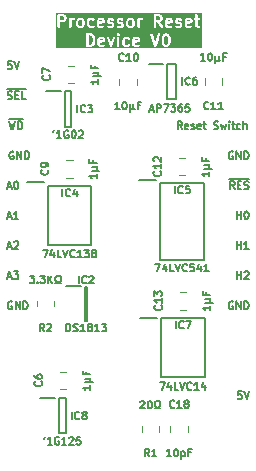
<source format=gto>
%TF.GenerationSoftware,KiCad,Pcbnew,9.0.4*%
%TF.CreationDate,2025-09-19T22:07:40+02:00*%
%TF.ProjectId,Processor Reset Device,50726f63-6573-4736-9f72-205265736574,V0*%
%TF.SameCoordinates,Original*%
%TF.FileFunction,Legend,Top*%
%TF.FilePolarity,Positive*%
%FSLAX46Y46*%
G04 Gerber Fmt 4.6, Leading zero omitted, Abs format (unit mm)*
G04 Created by KiCad (PCBNEW 9.0.4) date 2025-09-19 22:07:40*
%MOMM*%
%LPD*%
G01*
G04 APERTURE LIST*
%ADD10C,0.150000*%
%ADD11C,0.200000*%
%ADD12C,0.120000*%
G04 APERTURE END LIST*
D10*
X15994028Y-5365963D02*
X15782361Y-5063582D01*
X15631171Y-5365963D02*
X15631171Y-4730963D01*
X15631171Y-4730963D02*
X15873076Y-4730963D01*
X15873076Y-4730963D02*
X15933552Y-4761201D01*
X15933552Y-4761201D02*
X15963790Y-4791439D01*
X15963790Y-4791439D02*
X15994028Y-4851915D01*
X15994028Y-4851915D02*
X15994028Y-4942629D01*
X15994028Y-4942629D02*
X15963790Y-5003105D01*
X15963790Y-5003105D02*
X15933552Y-5033344D01*
X15933552Y-5033344D02*
X15873076Y-5063582D01*
X15873076Y-5063582D02*
X15631171Y-5063582D01*
X16508076Y-5335725D02*
X16447600Y-5365963D01*
X16447600Y-5365963D02*
X16326647Y-5365963D01*
X16326647Y-5365963D02*
X16266171Y-5335725D01*
X16266171Y-5335725D02*
X16235933Y-5275248D01*
X16235933Y-5275248D02*
X16235933Y-5033344D01*
X16235933Y-5033344D02*
X16266171Y-4972867D01*
X16266171Y-4972867D02*
X16326647Y-4942629D01*
X16326647Y-4942629D02*
X16447600Y-4942629D01*
X16447600Y-4942629D02*
X16508076Y-4972867D01*
X16508076Y-4972867D02*
X16538314Y-5033344D01*
X16538314Y-5033344D02*
X16538314Y-5093820D01*
X16538314Y-5093820D02*
X16235933Y-5154296D01*
X16780219Y-5335725D02*
X16840695Y-5365963D01*
X16840695Y-5365963D02*
X16961647Y-5365963D01*
X16961647Y-5365963D02*
X17022124Y-5335725D01*
X17022124Y-5335725D02*
X17052362Y-5275248D01*
X17052362Y-5275248D02*
X17052362Y-5245010D01*
X17052362Y-5245010D02*
X17022124Y-5184534D01*
X17022124Y-5184534D02*
X16961647Y-5154296D01*
X16961647Y-5154296D02*
X16870933Y-5154296D01*
X16870933Y-5154296D02*
X16810457Y-5124058D01*
X16810457Y-5124058D02*
X16780219Y-5063582D01*
X16780219Y-5063582D02*
X16780219Y-5033344D01*
X16780219Y-5033344D02*
X16810457Y-4972867D01*
X16810457Y-4972867D02*
X16870933Y-4942629D01*
X16870933Y-4942629D02*
X16961647Y-4942629D01*
X16961647Y-4942629D02*
X17022124Y-4972867D01*
X17566410Y-5335725D02*
X17505934Y-5365963D01*
X17505934Y-5365963D02*
X17384981Y-5365963D01*
X17384981Y-5365963D02*
X17324505Y-5335725D01*
X17324505Y-5335725D02*
X17294267Y-5275248D01*
X17294267Y-5275248D02*
X17294267Y-5033344D01*
X17294267Y-5033344D02*
X17324505Y-4972867D01*
X17324505Y-4972867D02*
X17384981Y-4942629D01*
X17384981Y-4942629D02*
X17505934Y-4942629D01*
X17505934Y-4942629D02*
X17566410Y-4972867D01*
X17566410Y-4972867D02*
X17596648Y-5033344D01*
X17596648Y-5033344D02*
X17596648Y-5093820D01*
X17596648Y-5093820D02*
X17294267Y-5154296D01*
X17778077Y-4942629D02*
X18019981Y-4942629D01*
X17868791Y-4730963D02*
X17868791Y-5275248D01*
X17868791Y-5275248D02*
X17899029Y-5335725D01*
X17899029Y-5335725D02*
X17959505Y-5365963D01*
X17959505Y-5365963D02*
X18019981Y-5365963D01*
X18685220Y-5335725D02*
X18775934Y-5365963D01*
X18775934Y-5365963D02*
X18927125Y-5365963D01*
X18927125Y-5365963D02*
X18987601Y-5335725D01*
X18987601Y-5335725D02*
X19017839Y-5305486D01*
X19017839Y-5305486D02*
X19048077Y-5245010D01*
X19048077Y-5245010D02*
X19048077Y-5184534D01*
X19048077Y-5184534D02*
X19017839Y-5124058D01*
X19017839Y-5124058D02*
X18987601Y-5093820D01*
X18987601Y-5093820D02*
X18927125Y-5063582D01*
X18927125Y-5063582D02*
X18806172Y-5033344D01*
X18806172Y-5033344D02*
X18745696Y-5003105D01*
X18745696Y-5003105D02*
X18715458Y-4972867D01*
X18715458Y-4972867D02*
X18685220Y-4912391D01*
X18685220Y-4912391D02*
X18685220Y-4851915D01*
X18685220Y-4851915D02*
X18715458Y-4791439D01*
X18715458Y-4791439D02*
X18745696Y-4761201D01*
X18745696Y-4761201D02*
X18806172Y-4730963D01*
X18806172Y-4730963D02*
X18957363Y-4730963D01*
X18957363Y-4730963D02*
X19048077Y-4761201D01*
X19259744Y-4942629D02*
X19380696Y-5365963D01*
X19380696Y-5365963D02*
X19501649Y-5063582D01*
X19501649Y-5063582D02*
X19622601Y-5365963D01*
X19622601Y-5365963D02*
X19743553Y-4942629D01*
X19985458Y-5365963D02*
X19985458Y-4942629D01*
X19985458Y-4730963D02*
X19955220Y-4761201D01*
X19955220Y-4761201D02*
X19985458Y-4791439D01*
X19985458Y-4791439D02*
X20015696Y-4761201D01*
X20015696Y-4761201D02*
X19985458Y-4730963D01*
X19985458Y-4730963D02*
X19985458Y-4791439D01*
X20197125Y-4942629D02*
X20439029Y-4942629D01*
X20287839Y-4730963D02*
X20287839Y-5275248D01*
X20287839Y-5275248D02*
X20318077Y-5335725D01*
X20318077Y-5335725D02*
X20378553Y-5365963D01*
X20378553Y-5365963D02*
X20439029Y-5365963D01*
X20922839Y-5335725D02*
X20862363Y-5365963D01*
X20862363Y-5365963D02*
X20741410Y-5365963D01*
X20741410Y-5365963D02*
X20680934Y-5335725D01*
X20680934Y-5335725D02*
X20650696Y-5305486D01*
X20650696Y-5305486D02*
X20620458Y-5245010D01*
X20620458Y-5245010D02*
X20620458Y-5063582D01*
X20620458Y-5063582D02*
X20650696Y-5003105D01*
X20650696Y-5003105D02*
X20680934Y-4972867D01*
X20680934Y-4972867D02*
X20741410Y-4942629D01*
X20741410Y-4942629D02*
X20862363Y-4942629D01*
X20862363Y-4942629D02*
X20922839Y-4972867D01*
X21194982Y-5365963D02*
X21194982Y-4730963D01*
X21467125Y-5365963D02*
X21467125Y-5033344D01*
X21467125Y-5033344D02*
X21436887Y-4972867D01*
X21436887Y-4972867D02*
X21376411Y-4942629D01*
X21376411Y-4942629D02*
X21285696Y-4942629D01*
X21285696Y-4942629D02*
X21225220Y-4972867D01*
X21225220Y-4972867D02*
X21194982Y-5003105D01*
X20445077Y-10445963D02*
X20233410Y-10143582D01*
X20082220Y-10445963D02*
X20082220Y-9810963D01*
X20082220Y-9810963D02*
X20324125Y-9810963D01*
X20324125Y-9810963D02*
X20384601Y-9841201D01*
X20384601Y-9841201D02*
X20414839Y-9871439D01*
X20414839Y-9871439D02*
X20445077Y-9931915D01*
X20445077Y-9931915D02*
X20445077Y-10022629D01*
X20445077Y-10022629D02*
X20414839Y-10083105D01*
X20414839Y-10083105D02*
X20384601Y-10113344D01*
X20384601Y-10113344D02*
X20324125Y-10143582D01*
X20324125Y-10143582D02*
X20082220Y-10143582D01*
X20717220Y-10113344D02*
X20928887Y-10113344D01*
X21019601Y-10445963D02*
X20717220Y-10445963D01*
X20717220Y-10445963D02*
X20717220Y-9810963D01*
X20717220Y-9810963D02*
X21019601Y-9810963D01*
X21261506Y-10415725D02*
X21352220Y-10445963D01*
X21352220Y-10445963D02*
X21503411Y-10445963D01*
X21503411Y-10445963D02*
X21563887Y-10415725D01*
X21563887Y-10415725D02*
X21594125Y-10385486D01*
X21594125Y-10385486D02*
X21624363Y-10325010D01*
X21624363Y-10325010D02*
X21624363Y-10264534D01*
X21624363Y-10264534D02*
X21594125Y-10204058D01*
X21594125Y-10204058D02*
X21563887Y-10173820D01*
X21563887Y-10173820D02*
X21503411Y-10143582D01*
X21503411Y-10143582D02*
X21382458Y-10113344D01*
X21382458Y-10113344D02*
X21321982Y-10083105D01*
X21321982Y-10083105D02*
X21291744Y-10052867D01*
X21291744Y-10052867D02*
X21261506Y-9992391D01*
X21261506Y-9992391D02*
X21261506Y-9931915D01*
X21261506Y-9931915D02*
X21291744Y-9871439D01*
X21291744Y-9871439D02*
X21321982Y-9841201D01*
X21321982Y-9841201D02*
X21382458Y-9810963D01*
X21382458Y-9810963D02*
X21533649Y-9810963D01*
X21533649Y-9810963D02*
X21624363Y-9841201D01*
X19994530Y-9634675D02*
X21681816Y-9634675D01*
X20626506Y-12985963D02*
X20626506Y-12350963D01*
X20626506Y-12653344D02*
X20989363Y-12653344D01*
X20989363Y-12985963D02*
X20989363Y-12350963D01*
X21412696Y-12350963D02*
X21473173Y-12350963D01*
X21473173Y-12350963D02*
X21533649Y-12381201D01*
X21533649Y-12381201D02*
X21563887Y-12411439D01*
X21563887Y-12411439D02*
X21594125Y-12471915D01*
X21594125Y-12471915D02*
X21624363Y-12592867D01*
X21624363Y-12592867D02*
X21624363Y-12744058D01*
X21624363Y-12744058D02*
X21594125Y-12865010D01*
X21594125Y-12865010D02*
X21563887Y-12925486D01*
X21563887Y-12925486D02*
X21533649Y-12955725D01*
X21533649Y-12955725D02*
X21473173Y-12985963D01*
X21473173Y-12985963D02*
X21412696Y-12985963D01*
X21412696Y-12985963D02*
X21352220Y-12955725D01*
X21352220Y-12955725D02*
X21321982Y-12925486D01*
X21321982Y-12925486D02*
X21291744Y-12865010D01*
X21291744Y-12865010D02*
X21261506Y-12744058D01*
X21261506Y-12744058D02*
X21261506Y-12592867D01*
X21261506Y-12592867D02*
X21291744Y-12471915D01*
X21291744Y-12471915D02*
X21321982Y-12411439D01*
X21321982Y-12411439D02*
X21352220Y-12381201D01*
X21352220Y-12381201D02*
X21412696Y-12350963D01*
X20626506Y-15525963D02*
X20626506Y-14890963D01*
X20626506Y-15193344D02*
X20989363Y-15193344D01*
X20989363Y-15525963D02*
X20989363Y-14890963D01*
X21624363Y-15525963D02*
X21261506Y-15525963D01*
X21442934Y-15525963D02*
X21442934Y-14890963D01*
X21442934Y-14890963D02*
X21382458Y-14981677D01*
X21382458Y-14981677D02*
X21321982Y-15042153D01*
X21321982Y-15042153D02*
X21261506Y-15072391D01*
X20626506Y-18065963D02*
X20626506Y-17430963D01*
X20626506Y-17733344D02*
X20989363Y-17733344D01*
X20989363Y-18065963D02*
X20989363Y-17430963D01*
X21261506Y-17491439D02*
X21291744Y-17461201D01*
X21291744Y-17461201D02*
X21352220Y-17430963D01*
X21352220Y-17430963D02*
X21503411Y-17430963D01*
X21503411Y-17430963D02*
X21563887Y-17461201D01*
X21563887Y-17461201D02*
X21594125Y-17491439D01*
X21594125Y-17491439D02*
X21624363Y-17551915D01*
X21624363Y-17551915D02*
X21624363Y-17612391D01*
X21624363Y-17612391D02*
X21594125Y-17703105D01*
X21594125Y-17703105D02*
X21231268Y-18065963D01*
X21231268Y-18065963D02*
X21624363Y-18065963D01*
X1235636Y-17884534D02*
X1538017Y-17884534D01*
X1175160Y-18065963D02*
X1386826Y-17430963D01*
X1386826Y-17430963D02*
X1598493Y-18065963D01*
X1749684Y-17430963D02*
X2142779Y-17430963D01*
X2142779Y-17430963D02*
X1931112Y-17672867D01*
X1931112Y-17672867D02*
X2021827Y-17672867D01*
X2021827Y-17672867D02*
X2082303Y-17703105D01*
X2082303Y-17703105D02*
X2112541Y-17733344D01*
X2112541Y-17733344D02*
X2142779Y-17793820D01*
X2142779Y-17793820D02*
X2142779Y-17945010D01*
X2142779Y-17945010D02*
X2112541Y-18005486D01*
X2112541Y-18005486D02*
X2082303Y-18035725D01*
X2082303Y-18035725D02*
X2021827Y-18065963D01*
X2021827Y-18065963D02*
X1840398Y-18065963D01*
X1840398Y-18065963D02*
X1779922Y-18035725D01*
X1779922Y-18035725D02*
X1749684Y-18005486D01*
X1235636Y-15344534D02*
X1538017Y-15344534D01*
X1175160Y-15525963D02*
X1386826Y-14890963D01*
X1386826Y-14890963D02*
X1598493Y-15525963D01*
X1779922Y-14951439D02*
X1810160Y-14921201D01*
X1810160Y-14921201D02*
X1870636Y-14890963D01*
X1870636Y-14890963D02*
X2021827Y-14890963D01*
X2021827Y-14890963D02*
X2082303Y-14921201D01*
X2082303Y-14921201D02*
X2112541Y-14951439D01*
X2112541Y-14951439D02*
X2142779Y-15011915D01*
X2142779Y-15011915D02*
X2142779Y-15072391D01*
X2142779Y-15072391D02*
X2112541Y-15163105D01*
X2112541Y-15163105D02*
X1749684Y-15525963D01*
X1749684Y-15525963D02*
X2142779Y-15525963D01*
X1235636Y-12804534D02*
X1538017Y-12804534D01*
X1175160Y-12985963D02*
X1386826Y-12350963D01*
X1386826Y-12350963D02*
X1598493Y-12985963D01*
X2142779Y-12985963D02*
X1779922Y-12985963D01*
X1961350Y-12985963D02*
X1961350Y-12350963D01*
X1961350Y-12350963D02*
X1900874Y-12441677D01*
X1900874Y-12441677D02*
X1840398Y-12502153D01*
X1840398Y-12502153D02*
X1779922Y-12532391D01*
X1235636Y-10264534D02*
X1538017Y-10264534D01*
X1175160Y-10445963D02*
X1386826Y-9810963D01*
X1386826Y-9810963D02*
X1598493Y-10445963D01*
X1931112Y-9810963D02*
X1991589Y-9810963D01*
X1991589Y-9810963D02*
X2052065Y-9841201D01*
X2052065Y-9841201D02*
X2082303Y-9871439D01*
X2082303Y-9871439D02*
X2112541Y-9931915D01*
X2112541Y-9931915D02*
X2142779Y-10052867D01*
X2142779Y-10052867D02*
X2142779Y-10204058D01*
X2142779Y-10204058D02*
X2112541Y-10325010D01*
X2112541Y-10325010D02*
X2082303Y-10385486D01*
X2082303Y-10385486D02*
X2052065Y-10415725D01*
X2052065Y-10415725D02*
X1991589Y-10445963D01*
X1991589Y-10445963D02*
X1931112Y-10445963D01*
X1931112Y-10445963D02*
X1870636Y-10415725D01*
X1870636Y-10415725D02*
X1840398Y-10385486D01*
X1840398Y-10385486D02*
X1810160Y-10325010D01*
X1810160Y-10325010D02*
X1779922Y-10204058D01*
X1779922Y-10204058D02*
X1779922Y-10052867D01*
X1779922Y-10052867D02*
X1810160Y-9931915D01*
X1810160Y-9931915D02*
X1840398Y-9871439D01*
X1840398Y-9871439D02*
X1870636Y-9841201D01*
X1870636Y-9841201D02*
X1931112Y-9810963D01*
X1332398Y-4730963D02*
X1483588Y-5365963D01*
X1483588Y-5365963D02*
X1604541Y-4912391D01*
X1604541Y-4912391D02*
X1725493Y-5365963D01*
X1725493Y-5365963D02*
X1876684Y-4730963D01*
X2118588Y-5365963D02*
X2118588Y-4730963D01*
X2118588Y-4730963D02*
X2269778Y-4730963D01*
X2269778Y-4730963D02*
X2360493Y-4761201D01*
X2360493Y-4761201D02*
X2420969Y-4821677D01*
X2420969Y-4821677D02*
X2451207Y-4882153D01*
X2451207Y-4882153D02*
X2481445Y-5003105D01*
X2481445Y-5003105D02*
X2481445Y-5093820D01*
X2481445Y-5093820D02*
X2451207Y-5214772D01*
X2451207Y-5214772D02*
X2420969Y-5275248D01*
X2420969Y-5275248D02*
X2360493Y-5335725D01*
X2360493Y-5335725D02*
X2269778Y-5365963D01*
X2269778Y-5365963D02*
X2118588Y-5365963D01*
X1305184Y-4554675D02*
X2538898Y-4554675D01*
X1235636Y-2795725D02*
X1326350Y-2825963D01*
X1326350Y-2825963D02*
X1477541Y-2825963D01*
X1477541Y-2825963D02*
X1538017Y-2795725D01*
X1538017Y-2795725D02*
X1568255Y-2765486D01*
X1568255Y-2765486D02*
X1598493Y-2705010D01*
X1598493Y-2705010D02*
X1598493Y-2644534D01*
X1598493Y-2644534D02*
X1568255Y-2584058D01*
X1568255Y-2584058D02*
X1538017Y-2553820D01*
X1538017Y-2553820D02*
X1477541Y-2523582D01*
X1477541Y-2523582D02*
X1356588Y-2493344D01*
X1356588Y-2493344D02*
X1296112Y-2463105D01*
X1296112Y-2463105D02*
X1265874Y-2432867D01*
X1265874Y-2432867D02*
X1235636Y-2372391D01*
X1235636Y-2372391D02*
X1235636Y-2311915D01*
X1235636Y-2311915D02*
X1265874Y-2251439D01*
X1265874Y-2251439D02*
X1296112Y-2221201D01*
X1296112Y-2221201D02*
X1356588Y-2190963D01*
X1356588Y-2190963D02*
X1507779Y-2190963D01*
X1507779Y-2190963D02*
X1598493Y-2221201D01*
X1870636Y-2493344D02*
X2082303Y-2493344D01*
X2173017Y-2825963D02*
X1870636Y-2825963D01*
X1870636Y-2825963D02*
X1870636Y-2190963D01*
X1870636Y-2190963D02*
X2173017Y-2190963D01*
X2747541Y-2825963D02*
X2445160Y-2825963D01*
X2445160Y-2825963D02*
X2445160Y-2190963D01*
X1178184Y-2014675D02*
X2744518Y-2014675D01*
X20293887Y-7301201D02*
X20233411Y-7270963D01*
X20233411Y-7270963D02*
X20142697Y-7270963D01*
X20142697Y-7270963D02*
X20051982Y-7301201D01*
X20051982Y-7301201D02*
X19991506Y-7361677D01*
X19991506Y-7361677D02*
X19961268Y-7422153D01*
X19961268Y-7422153D02*
X19931030Y-7543105D01*
X19931030Y-7543105D02*
X19931030Y-7633820D01*
X19931030Y-7633820D02*
X19961268Y-7754772D01*
X19961268Y-7754772D02*
X19991506Y-7815248D01*
X19991506Y-7815248D02*
X20051982Y-7875725D01*
X20051982Y-7875725D02*
X20142697Y-7905963D01*
X20142697Y-7905963D02*
X20203173Y-7905963D01*
X20203173Y-7905963D02*
X20293887Y-7875725D01*
X20293887Y-7875725D02*
X20324125Y-7845486D01*
X20324125Y-7845486D02*
X20324125Y-7633820D01*
X20324125Y-7633820D02*
X20203173Y-7633820D01*
X20596268Y-7905963D02*
X20596268Y-7270963D01*
X20596268Y-7270963D02*
X20959125Y-7905963D01*
X20959125Y-7905963D02*
X20959125Y-7270963D01*
X21261506Y-7905963D02*
X21261506Y-7270963D01*
X21261506Y-7270963D02*
X21412696Y-7270963D01*
X21412696Y-7270963D02*
X21503411Y-7301201D01*
X21503411Y-7301201D02*
X21563887Y-7361677D01*
X21563887Y-7361677D02*
X21594125Y-7422153D01*
X21594125Y-7422153D02*
X21624363Y-7543105D01*
X21624363Y-7543105D02*
X21624363Y-7633820D01*
X21624363Y-7633820D02*
X21594125Y-7754772D01*
X21594125Y-7754772D02*
X21563887Y-7815248D01*
X21563887Y-7815248D02*
X21503411Y-7875725D01*
X21503411Y-7875725D02*
X21412696Y-7905963D01*
X21412696Y-7905963D02*
X21261506Y-7905963D01*
X1568255Y349036D02*
X1265874Y349036D01*
X1265874Y349036D02*
X1235636Y46655D01*
X1235636Y46655D02*
X1265874Y76894D01*
X1265874Y76894D02*
X1326350Y107132D01*
X1326350Y107132D02*
X1477541Y107132D01*
X1477541Y107132D02*
X1538017Y76894D01*
X1538017Y76894D02*
X1568255Y46655D01*
X1568255Y46655D02*
X1598493Y-13820D01*
X1598493Y-13820D02*
X1598493Y-165010D01*
X1598493Y-165010D02*
X1568255Y-225486D01*
X1568255Y-225486D02*
X1538017Y-255725D01*
X1538017Y-255725D02*
X1477541Y-285963D01*
X1477541Y-285963D02*
X1326350Y-285963D01*
X1326350Y-285963D02*
X1265874Y-255725D01*
X1265874Y-255725D02*
X1235636Y-225486D01*
X1779922Y349036D02*
X1991588Y-285963D01*
X1991588Y-285963D02*
X2203255Y349036D01*
X20293887Y-20001201D02*
X20233411Y-19970963D01*
X20233411Y-19970963D02*
X20142697Y-19970963D01*
X20142697Y-19970963D02*
X20051982Y-20001201D01*
X20051982Y-20001201D02*
X19991506Y-20061677D01*
X19991506Y-20061677D02*
X19961268Y-20122153D01*
X19961268Y-20122153D02*
X19931030Y-20243105D01*
X19931030Y-20243105D02*
X19931030Y-20333820D01*
X19931030Y-20333820D02*
X19961268Y-20454772D01*
X19961268Y-20454772D02*
X19991506Y-20515248D01*
X19991506Y-20515248D02*
X20051982Y-20575725D01*
X20051982Y-20575725D02*
X20142697Y-20605963D01*
X20142697Y-20605963D02*
X20203173Y-20605963D01*
X20203173Y-20605963D02*
X20293887Y-20575725D01*
X20293887Y-20575725D02*
X20324125Y-20545486D01*
X20324125Y-20545486D02*
X20324125Y-20333820D01*
X20324125Y-20333820D02*
X20203173Y-20333820D01*
X20596268Y-20605963D02*
X20596268Y-19970963D01*
X20596268Y-19970963D02*
X20959125Y-20605963D01*
X20959125Y-20605963D02*
X20959125Y-19970963D01*
X21261506Y-20605963D02*
X21261506Y-19970963D01*
X21261506Y-19970963D02*
X21412696Y-19970963D01*
X21412696Y-19970963D02*
X21503411Y-20001201D01*
X21503411Y-20001201D02*
X21563887Y-20061677D01*
X21563887Y-20061677D02*
X21594125Y-20122153D01*
X21594125Y-20122153D02*
X21624363Y-20243105D01*
X21624363Y-20243105D02*
X21624363Y-20333820D01*
X21624363Y-20333820D02*
X21594125Y-20454772D01*
X21594125Y-20454772D02*
X21563887Y-20515248D01*
X21563887Y-20515248D02*
X21503411Y-20575725D01*
X21503411Y-20575725D02*
X21412696Y-20605963D01*
X21412696Y-20605963D02*
X21261506Y-20605963D01*
D11*
G36*
X8304551Y2528786D02*
G01*
X8371624Y2461714D01*
X8407076Y2390808D01*
X8449047Y2222927D01*
X8449047Y2104689D01*
X8407076Y1936808D01*
X8371624Y1865903D01*
X8304551Y1798830D01*
X8199487Y1763808D01*
X8077619Y1763808D01*
X8077619Y2563808D01*
X8199487Y2563808D01*
X8304551Y2528786D01*
G37*
G36*
X9284035Y2208319D02*
G01*
X9301485Y2173419D01*
X9030000Y2119122D01*
X9030000Y2164010D01*
X9052155Y2208320D01*
X9096464Y2230475D01*
X9239726Y2230475D01*
X9284035Y2208319D01*
G37*
G36*
X12236416Y2208319D02*
G01*
X12253866Y2173419D01*
X11982381Y2119122D01*
X11982381Y2164010D01*
X12004536Y2208320D01*
X12048845Y2230475D01*
X12192107Y2230475D01*
X12236416Y2208319D01*
G37*
G36*
X14727907Y2534002D02*
G01*
X14752576Y2509334D01*
X14788029Y2438427D01*
X14830000Y2270546D01*
X14830000Y2057070D01*
X14788029Y1889189D01*
X14752576Y1818282D01*
X14727905Y1793611D01*
X14668299Y1763808D01*
X14620273Y1763808D01*
X14560665Y1793612D01*
X14535996Y1818282D01*
X14500542Y1889189D01*
X14458572Y2057071D01*
X14458572Y2270546D01*
X14500542Y2438427D01*
X14535996Y2509334D01*
X14560664Y2534003D01*
X14620274Y2563808D01*
X14668298Y2563808D01*
X14727907Y2534002D01*
G37*
G36*
X7489810Y3810613D02*
G01*
X7514479Y3785945D01*
X7544284Y3726336D01*
X7544284Y3487836D01*
X7514479Y3428226D01*
X7489808Y3403555D01*
X7430202Y3373752D01*
X7334557Y3373752D01*
X7274949Y3403556D01*
X7250280Y3428226D01*
X7220475Y3487836D01*
X7220475Y3726335D01*
X7250280Y3785945D01*
X7274948Y3810614D01*
X7334558Y3840419D01*
X7430201Y3840419D01*
X7489810Y3810613D01*
G37*
G36*
X9236415Y3818263D02*
G01*
X9253865Y3783363D01*
X8982380Y3729066D01*
X8982380Y3773954D01*
X9004535Y3818264D01*
X9048844Y3840419D01*
X9192106Y3840419D01*
X9236415Y3818263D01*
G37*
G36*
X11727906Y3810613D02*
G01*
X11752575Y3785945D01*
X11782380Y3726336D01*
X11782380Y3487836D01*
X11752575Y3428226D01*
X11727904Y3403555D01*
X11668298Y3373752D01*
X11572653Y3373752D01*
X11513045Y3403556D01*
X11488376Y3428226D01*
X11458571Y3487836D01*
X11458571Y3726335D01*
X11488376Y3785945D01*
X11513044Y3810614D01*
X11572654Y3840419D01*
X11668297Y3840419D01*
X11727906Y3810613D01*
G37*
G36*
X14998321Y3818263D02*
G01*
X15015771Y3783363D01*
X14744286Y3729066D01*
X14744286Y3773954D01*
X14766441Y3818264D01*
X14810750Y3840419D01*
X14954012Y3840419D01*
X14998321Y3818263D01*
G37*
G36*
X16664988Y3818263D02*
G01*
X16682438Y3783363D01*
X16410953Y3729066D01*
X16410953Y3773954D01*
X16433108Y3818264D01*
X16477417Y3840419D01*
X16620679Y3840419D01*
X16664988Y3818263D01*
G37*
G36*
X14108859Y4143946D02*
G01*
X14133528Y4119278D01*
X14163333Y4059669D01*
X14163333Y3964026D01*
X14133528Y3904416D01*
X14108859Y3879748D01*
X14049250Y3849943D01*
X13791905Y3849943D01*
X13791905Y4173752D01*
X14049250Y4173752D01*
X14108859Y4143946D01*
G37*
G36*
X5966000Y4143946D02*
G01*
X5990669Y4119278D01*
X6020474Y4059669D01*
X6020474Y3964026D01*
X5990669Y3904416D01*
X5966000Y3879748D01*
X5906391Y3849943D01*
X5649046Y3849943D01*
X5649046Y4173752D01*
X5906391Y4173752D01*
X5966000Y4143946D01*
G37*
G36*
X17663000Y1452697D02*
G01*
X5337935Y1452697D01*
X5337935Y2663808D01*
X7877619Y2663808D01*
X7877619Y1663808D01*
X7879540Y1644299D01*
X7894472Y1608251D01*
X7922062Y1580661D01*
X7958110Y1565729D01*
X7977619Y1563808D01*
X8215714Y1563808D01*
X8225587Y1564780D01*
X8228222Y1564593D01*
X8231685Y1565380D01*
X8235223Y1565729D01*
X8237664Y1566740D01*
X8247337Y1568940D01*
X8390195Y1616560D01*
X8408095Y1624552D01*
X8410809Y1626906D01*
X8414128Y1628281D01*
X8429282Y1640717D01*
X8524520Y1735955D01*
X8530811Y1743621D01*
X8532809Y1745354D01*
X8534704Y1748365D01*
X8536956Y1751109D01*
X8537965Y1753546D01*
X8543252Y1761945D01*
X8590871Y1857182D01*
X8591417Y1858610D01*
X8591847Y1859190D01*
X8594768Y1867366D01*
X8597877Y1875491D01*
X8597928Y1876211D01*
X8598442Y1877650D01*
X8646061Y2068126D01*
X8646561Y2071507D01*
X8647126Y2072871D01*
X8647849Y2080221D01*
X8648929Y2087519D01*
X8648711Y2088977D01*
X8649047Y2092380D01*
X8649047Y2187618D01*
X8830000Y2187618D01*
X8830000Y1806666D01*
X8831921Y1787157D01*
X8833296Y1783836D01*
X8833551Y1780253D01*
X8840557Y1761945D01*
X8888176Y1666707D01*
X8890228Y1663446D01*
X8890742Y1661906D01*
X8892405Y1659988D01*
X8898619Y1650117D01*
X8908091Y1641901D01*
X8916307Y1632429D01*
X8926178Y1626215D01*
X8928096Y1624552D01*
X8929636Y1624038D01*
X8932897Y1621986D01*
X9028135Y1574366D01*
X9046444Y1567359D01*
X9050027Y1567104D01*
X9053348Y1565729D01*
X9072857Y1563808D01*
X9263333Y1563808D01*
X9282842Y1565729D01*
X9286161Y1567104D01*
X9289747Y1567359D01*
X9308055Y1574366D01*
X9403293Y1621986D01*
X9419884Y1632429D01*
X9445448Y1661906D01*
X9457786Y1698922D01*
X9455020Y1737842D01*
X9437571Y1772740D01*
X9408094Y1798305D01*
X9371078Y1810643D01*
X9332158Y1807877D01*
X9313849Y1800870D01*
X9239727Y1763808D01*
X9096463Y1763808D01*
X9052155Y1785962D01*
X9030000Y1830273D01*
X9030000Y1915161D01*
X9425696Y1994301D01*
X9425699Y1994301D01*
X9425701Y1994302D01*
X9425801Y1994322D01*
X9444555Y2000032D01*
X9452695Y2005483D01*
X9461747Y2009233D01*
X9468748Y2016234D01*
X9476974Y2021743D01*
X9482408Y2029894D01*
X9489337Y2036823D01*
X9493126Y2045970D01*
X9498618Y2054208D01*
X9500519Y2063818D01*
X9504269Y2072871D01*
X9506190Y2092380D01*
X9506190Y2187618D01*
X9504269Y2207127D01*
X9502893Y2210447D01*
X9502639Y2214031D01*
X9495633Y2232340D01*
X9453873Y2315860D01*
X9640597Y2315860D01*
X9645350Y2296841D01*
X9883445Y1630175D01*
X9891815Y1612448D01*
X9895185Y1608725D01*
X9897333Y1604191D01*
X9908184Y1594367D01*
X9918002Y1583523D01*
X9922534Y1581375D01*
X9926259Y1578004D01*
X9940049Y1573079D01*
X9953264Y1566819D01*
X9958274Y1566569D01*
X9963004Y1564881D01*
X9977625Y1565608D01*
X9992234Y1564882D01*
X9996959Y1566569D01*
X10001974Y1566819D01*
X10015200Y1573084D01*
X10028979Y1578005D01*
X10032699Y1581373D01*
X10037236Y1583522D01*
X10047058Y1594372D01*
X10057905Y1604191D01*
X10060052Y1608725D01*
X10063423Y1612448D01*
X10071793Y1630174D01*
X10309888Y2296841D01*
X10314641Y2315860D01*
X10313914Y2330475D01*
X10496667Y2330475D01*
X10496667Y1663808D01*
X10498588Y1644299D01*
X10513520Y1608251D01*
X10541110Y1580661D01*
X10577158Y1565729D01*
X10616176Y1565729D01*
X10652224Y1580661D01*
X10679814Y1608251D01*
X10694746Y1644299D01*
X10696667Y1663808D01*
X10696667Y2139999D01*
X10925238Y2139999D01*
X10925238Y1854285D01*
X10927159Y1834776D01*
X10928534Y1831455D01*
X10928789Y1827872D01*
X10935795Y1809564D01*
X10983414Y1714326D01*
X10988699Y1705929D01*
X10989710Y1703490D01*
X10991963Y1700743D01*
X10993857Y1697736D01*
X10995851Y1696006D01*
X11002146Y1688336D01*
X11049765Y1640718D01*
X11057434Y1634423D01*
X11059164Y1632429D01*
X11062168Y1630537D01*
X11064918Y1628281D01*
X11067361Y1627269D01*
X11075754Y1621986D01*
X11170992Y1574366D01*
X11189301Y1567359D01*
X11192884Y1567104D01*
X11196205Y1565729D01*
X11215714Y1563808D01*
X11406190Y1563808D01*
X11425699Y1565729D01*
X11429018Y1567104D01*
X11432604Y1567359D01*
X11450912Y1574366D01*
X11546150Y1621986D01*
X11562741Y1632429D01*
X11588305Y1661906D01*
X11600643Y1698922D01*
X11597877Y1737842D01*
X11580428Y1772740D01*
X11550951Y1798305D01*
X11513935Y1810643D01*
X11475015Y1807877D01*
X11456706Y1800870D01*
X11382584Y1763808D01*
X11239320Y1763808D01*
X11179712Y1793612D01*
X11155043Y1818282D01*
X11125238Y1877892D01*
X11125238Y2116391D01*
X11155043Y2176001D01*
X11179711Y2200670D01*
X11239321Y2230475D01*
X11382583Y2230475D01*
X11456706Y2193413D01*
X11475015Y2186407D01*
X11513935Y2183641D01*
X11525866Y2187618D01*
X11782381Y2187618D01*
X11782381Y1806666D01*
X11784302Y1787157D01*
X11785677Y1783836D01*
X11785932Y1780253D01*
X11792938Y1761945D01*
X11840557Y1666707D01*
X11842609Y1663446D01*
X11843123Y1661906D01*
X11844786Y1659988D01*
X11851000Y1650117D01*
X11860472Y1641901D01*
X11868688Y1632429D01*
X11878559Y1626215D01*
X11880477Y1624552D01*
X11882017Y1624038D01*
X11885278Y1621986D01*
X11980516Y1574366D01*
X11998825Y1567359D01*
X12002408Y1567104D01*
X12005729Y1565729D01*
X12025238Y1563808D01*
X12215714Y1563808D01*
X12235223Y1565729D01*
X12238542Y1567104D01*
X12242128Y1567359D01*
X12260436Y1574366D01*
X12355674Y1621986D01*
X12372265Y1632429D01*
X12397829Y1661906D01*
X12410167Y1698922D01*
X12407401Y1737842D01*
X12389952Y1772740D01*
X12360475Y1798305D01*
X12323459Y1810643D01*
X12284539Y1807877D01*
X12266230Y1800870D01*
X12192108Y1763808D01*
X12048844Y1763808D01*
X12004536Y1785962D01*
X11982381Y1830273D01*
X11982381Y1915161D01*
X12378077Y1994301D01*
X12378080Y1994301D01*
X12378082Y1994302D01*
X12378182Y1994322D01*
X12396936Y2000032D01*
X12405076Y2005483D01*
X12414128Y2009233D01*
X12421129Y2016234D01*
X12429355Y2021743D01*
X12434789Y2029894D01*
X12441718Y2036823D01*
X12445507Y2045970D01*
X12450999Y2054208D01*
X12452900Y2063818D01*
X12456650Y2072871D01*
X12458571Y2092380D01*
X12458571Y2187618D01*
X12456650Y2207127D01*
X12455274Y2210447D01*
X12455020Y2214031D01*
X12448014Y2232340D01*
X12400395Y2327577D01*
X12398340Y2330840D01*
X12397828Y2332379D01*
X12396166Y2334294D01*
X12389952Y2344168D01*
X12380476Y2352385D01*
X12372263Y2361856D01*
X12362391Y2368069D01*
X12360475Y2369732D01*
X12358936Y2370245D01*
X12355673Y2372299D01*
X12260435Y2419918D01*
X12242127Y2426924D01*
X12238543Y2427178D01*
X12235223Y2428554D01*
X12215714Y2430475D01*
X12025238Y2430475D01*
X12005729Y2428554D01*
X12002408Y2427178D01*
X11998825Y2426924D01*
X11980516Y2419918D01*
X11885279Y2372299D01*
X11882015Y2370244D01*
X11880477Y2369732D01*
X11878561Y2368070D01*
X11868688Y2361856D01*
X11860470Y2352380D01*
X11851000Y2344167D01*
X11844786Y2334295D01*
X11843124Y2332379D01*
X11842610Y2330840D01*
X11840557Y2327577D01*
X11792938Y2232339D01*
X11785932Y2214031D01*
X11785677Y2210447D01*
X11784302Y2207127D01*
X11782381Y2187618D01*
X11525866Y2187618D01*
X11550951Y2195980D01*
X11580428Y2221545D01*
X11597877Y2256443D01*
X11600642Y2295363D01*
X11588304Y2332379D01*
X11562739Y2361856D01*
X11546149Y2372299D01*
X11450911Y2419918D01*
X11432603Y2426924D01*
X11429019Y2427178D01*
X11425699Y2428554D01*
X11406190Y2430475D01*
X11215714Y2430475D01*
X11196205Y2428554D01*
X11192884Y2427178D01*
X11189301Y2426924D01*
X11170992Y2419918D01*
X11075755Y2372299D01*
X11067358Y2367013D01*
X11064918Y2366003D01*
X11062172Y2363749D01*
X11059164Y2361856D01*
X11057431Y2359858D01*
X11049765Y2353566D01*
X11002146Y2305948D01*
X10995851Y2298277D01*
X10993857Y2296548D01*
X10991963Y2293540D01*
X10989710Y2290794D01*
X10988699Y2288354D01*
X10983414Y2279958D01*
X10935795Y2184720D01*
X10928789Y2166412D01*
X10928534Y2162828D01*
X10927159Y2159508D01*
X10925238Y2139999D01*
X10696667Y2139999D01*
X10696667Y2330475D01*
X10694746Y2349984D01*
X10679814Y2386032D01*
X10652224Y2413622D01*
X10616176Y2428554D01*
X10577158Y2428554D01*
X10541110Y2413622D01*
X10513520Y2386032D01*
X10498588Y2349984D01*
X10496667Y2330475D01*
X10313914Y2330475D01*
X10312703Y2354830D01*
X10296000Y2390092D01*
X10267074Y2416278D01*
X10230329Y2429401D01*
X10191359Y2427464D01*
X10156097Y2410760D01*
X10129910Y2381835D01*
X10121540Y2364108D01*
X9977619Y1961129D01*
X9833698Y2364109D01*
X9825328Y2381835D01*
X9799141Y2410761D01*
X9763879Y2427464D01*
X9724909Y2429402D01*
X9688164Y2416279D01*
X9659238Y2390092D01*
X9642535Y2354830D01*
X9640597Y2315860D01*
X9453873Y2315860D01*
X9448014Y2327577D01*
X9445959Y2330840D01*
X9445447Y2332379D01*
X9443785Y2334294D01*
X9437571Y2344168D01*
X9428095Y2352385D01*
X9419882Y2361856D01*
X9410010Y2368069D01*
X9408094Y2369732D01*
X9406555Y2370245D01*
X9403292Y2372299D01*
X9308054Y2419918D01*
X9289746Y2426924D01*
X9286162Y2427178D01*
X9282842Y2428554D01*
X9263333Y2430475D01*
X9072857Y2430475D01*
X9053348Y2428554D01*
X9050027Y2427178D01*
X9046444Y2426924D01*
X9028135Y2419918D01*
X8932898Y2372299D01*
X8929634Y2370244D01*
X8928096Y2369732D01*
X8926180Y2368070D01*
X8916307Y2361856D01*
X8908089Y2352380D01*
X8898619Y2344167D01*
X8892405Y2334295D01*
X8890743Y2332379D01*
X8890229Y2330840D01*
X8888176Y2327577D01*
X8840557Y2232339D01*
X8833551Y2214031D01*
X8833296Y2210447D01*
X8831921Y2207127D01*
X8830000Y2187618D01*
X8649047Y2187618D01*
X8649047Y2235237D01*
X8648711Y2238639D01*
X8648929Y2240098D01*
X8647849Y2247395D01*
X8647126Y2254746D01*
X8646561Y2256109D01*
X8646061Y2259491D01*
X8598442Y2449967D01*
X8597928Y2451405D01*
X8597877Y2452126D01*
X8594768Y2460250D01*
X8591847Y2468427D01*
X8591417Y2469006D01*
X8590871Y2470435D01*
X8543252Y2565672D01*
X8537965Y2574070D01*
X8536956Y2576508D01*
X8534704Y2579251D01*
X8532809Y2582263D01*
X8530811Y2583995D01*
X8524520Y2591662D01*
X8480484Y2635698D01*
X10450969Y2635698D01*
X10450969Y2596680D01*
X10465901Y2560632D01*
X10478337Y2545478D01*
X10525956Y2497860D01*
X10541109Y2485423D01*
X10551667Y2481049D01*
X10577158Y2470491D01*
X10616176Y2470491D01*
X10652224Y2485423D01*
X10667378Y2497859D01*
X10714996Y2545478D01*
X10727433Y2560631D01*
X10742364Y2596680D01*
X10742364Y2635698D01*
X10739504Y2642602D01*
X10735901Y2651301D01*
X13306976Y2651301D01*
X13311323Y2632185D01*
X13644656Y1632186D01*
X13652647Y1614285D01*
X13657330Y1608885D01*
X13660525Y1602496D01*
X13669996Y1594280D01*
X13678212Y1584809D01*
X13684600Y1581614D01*
X13690001Y1576931D01*
X13701902Y1572963D01*
X13713111Y1567360D01*
X13720235Y1566853D01*
X13727017Y1564593D01*
X13739526Y1565482D01*
X13752031Y1564593D01*
X13758809Y1566852D01*
X13765937Y1567359D01*
X13777153Y1572967D01*
X13789047Y1576932D01*
X13794444Y1581612D01*
X13800836Y1584809D01*
X13809054Y1594284D01*
X13818523Y1602497D01*
X13821716Y1608883D01*
X13826401Y1614285D01*
X13834392Y1632185D01*
X14051282Y2282856D01*
X14258572Y2282856D01*
X14258572Y2044761D01*
X14258907Y2041358D01*
X14258690Y2039900D01*
X14259769Y2032602D01*
X14260493Y2025252D01*
X14261057Y2023888D01*
X14261558Y2020507D01*
X14309177Y1830032D01*
X14309690Y1828594D01*
X14309742Y1827872D01*
X14312850Y1819747D01*
X14315772Y1811571D01*
X14316202Y1810990D01*
X14316748Y1809564D01*
X14364367Y1714326D01*
X14369652Y1705929D01*
X14370663Y1703490D01*
X14372916Y1700743D01*
X14374810Y1697736D01*
X14376804Y1696006D01*
X14383099Y1688336D01*
X14430718Y1640718D01*
X14438387Y1634423D01*
X14440117Y1632429D01*
X14443121Y1630537D01*
X14445871Y1628281D01*
X14448314Y1627269D01*
X14456707Y1621986D01*
X14551945Y1574366D01*
X14570254Y1567359D01*
X14573837Y1567104D01*
X14577158Y1565729D01*
X14596667Y1563808D01*
X14691905Y1563808D01*
X14711414Y1565729D01*
X14714733Y1567104D01*
X14718319Y1567359D01*
X14736627Y1574366D01*
X14831865Y1621986D01*
X14840260Y1627270D01*
X14842700Y1628281D01*
X14845445Y1630534D01*
X14848456Y1632429D01*
X14850187Y1634425D01*
X14857854Y1640717D01*
X14905472Y1688336D01*
X14911764Y1696002D01*
X14913762Y1697735D01*
X14915655Y1700743D01*
X14917909Y1703489D01*
X14918919Y1705929D01*
X14924205Y1714326D01*
X14971824Y1809563D01*
X14972370Y1810991D01*
X14972800Y1811571D01*
X14975721Y1819747D01*
X14978830Y1827872D01*
X14978881Y1828592D01*
X14979395Y1830031D01*
X15027014Y2020507D01*
X15027514Y2023888D01*
X15028079Y2025252D01*
X15028802Y2032602D01*
X15029882Y2039900D01*
X15029664Y2041358D01*
X15030000Y2044761D01*
X15030000Y2282856D01*
X15029664Y2286258D01*
X15029882Y2287717D01*
X15028802Y2295014D01*
X15028079Y2302365D01*
X15027514Y2303728D01*
X15027014Y2307110D01*
X14979395Y2497586D01*
X14978881Y2499024D01*
X14978830Y2499745D01*
X14975721Y2507869D01*
X14972800Y2516046D01*
X14972370Y2516625D01*
X14971824Y2518054D01*
X14924205Y2613291D01*
X14918919Y2621687D01*
X14917909Y2624128D01*
X14915655Y2626873D01*
X14913762Y2629882D01*
X14911764Y2631614D01*
X14905472Y2639281D01*
X14857854Y2686900D01*
X14850183Y2693194D01*
X14848454Y2695189D01*
X14845446Y2697082D01*
X14842700Y2699336D01*
X14840260Y2700346D01*
X14831864Y2705632D01*
X14736626Y2753251D01*
X14718318Y2760257D01*
X14714734Y2760511D01*
X14711414Y2761887D01*
X14691905Y2763808D01*
X14596667Y2763808D01*
X14577158Y2761887D01*
X14573837Y2760511D01*
X14570254Y2760257D01*
X14551945Y2753251D01*
X14456708Y2705632D01*
X14448311Y2700346D01*
X14445871Y2699336D01*
X14443125Y2697082D01*
X14440117Y2695189D01*
X14438384Y2693191D01*
X14430718Y2686899D01*
X14383099Y2639281D01*
X14376804Y2631610D01*
X14374810Y2629881D01*
X14372916Y2626873D01*
X14370663Y2624127D01*
X14369652Y2621687D01*
X14364367Y2613291D01*
X14316748Y2518053D01*
X14316202Y2516626D01*
X14315772Y2516046D01*
X14312850Y2507869D01*
X14309742Y2499745D01*
X14309690Y2499022D01*
X14309177Y2497585D01*
X14261558Y2307110D01*
X14261057Y2303728D01*
X14260493Y2302365D01*
X14259769Y2295014D01*
X14258690Y2287717D01*
X14258907Y2286258D01*
X14258572Y2282856D01*
X14051282Y2282856D01*
X14167725Y2632185D01*
X14172072Y2651300D01*
X14169306Y2690220D01*
X14151856Y2725119D01*
X14122380Y2750684D01*
X14085364Y2763023D01*
X14046444Y2760256D01*
X14011545Y2742807D01*
X13985980Y2713331D01*
X13977989Y2695430D01*
X13739524Y1980035D01*
X13501059Y2695431D01*
X13493068Y2713331D01*
X13467503Y2742807D01*
X13432604Y2760257D01*
X13393684Y2763023D01*
X13356668Y2750685D01*
X13327192Y2725120D01*
X13309742Y2690221D01*
X13306976Y2651301D01*
X10735901Y2651301D01*
X10727433Y2671747D01*
X10714996Y2686900D01*
X10667378Y2734519D01*
X10652224Y2746955D01*
X10616176Y2761887D01*
X10577158Y2761887D01*
X10551667Y2751328D01*
X10541109Y2746955D01*
X10525956Y2734518D01*
X10478337Y2686900D01*
X10465902Y2671747D01*
X10465901Y2671746D01*
X10450969Y2635698D01*
X8480484Y2635698D01*
X8429282Y2686900D01*
X8414128Y2699336D01*
X8410809Y2700710D01*
X8408094Y2703066D01*
X8390193Y2711057D01*
X8247337Y2758676D01*
X8237665Y2760875D01*
X8235223Y2761887D01*
X8231684Y2762235D01*
X8228221Y2763023D01*
X8225587Y2762835D01*
X8215714Y2763808D01*
X7977619Y2763808D01*
X7958110Y2761887D01*
X7922062Y2746955D01*
X7894472Y2719365D01*
X7879540Y2683317D01*
X7877619Y2663808D01*
X5337935Y2663808D01*
X5337935Y4273752D01*
X5449046Y4273752D01*
X5449046Y3273752D01*
X5450967Y3254243D01*
X5465899Y3218195D01*
X5493489Y3190605D01*
X5529537Y3175673D01*
X5568555Y3175673D01*
X5604603Y3190605D01*
X5632193Y3218195D01*
X5647125Y3254243D01*
X5649046Y3273752D01*
X5649046Y3649943D01*
X5929998Y3649943D01*
X5949507Y3651864D01*
X5952827Y3653239D01*
X5956411Y3653494D01*
X5974719Y3660500D01*
X6069957Y3708119D01*
X6078353Y3713404D01*
X6080793Y3714415D01*
X6083539Y3716668D01*
X6086547Y3718562D01*
X6088276Y3720556D01*
X6095947Y3726851D01*
X6143565Y3774470D01*
X6149857Y3782136D01*
X6151855Y3783869D01*
X6153748Y3786877D01*
X6156002Y3789623D01*
X6157012Y3792063D01*
X6162298Y3800460D01*
X6209917Y3895697D01*
X6216923Y3914006D01*
X6217177Y3917589D01*
X6218553Y3920910D01*
X6220474Y3940419D01*
X6449046Y3940419D01*
X6449046Y3273752D01*
X6450967Y3254243D01*
X6465899Y3218195D01*
X6493489Y3190605D01*
X6529537Y3175673D01*
X6568555Y3175673D01*
X6604603Y3190605D01*
X6632193Y3218195D01*
X6647125Y3254243D01*
X6649046Y3273752D01*
X6649046Y3726335D01*
X6660850Y3749943D01*
X7020475Y3749943D01*
X7020475Y3464229D01*
X7022396Y3444720D01*
X7023771Y3441399D01*
X7024026Y3437816D01*
X7031032Y3419508D01*
X7078651Y3324270D01*
X7083936Y3315873D01*
X7084947Y3313434D01*
X7087200Y3310687D01*
X7089094Y3307680D01*
X7091088Y3305950D01*
X7097383Y3298280D01*
X7145002Y3250662D01*
X7152671Y3244367D01*
X7154401Y3242373D01*
X7157405Y3240481D01*
X7160155Y3238225D01*
X7162598Y3237213D01*
X7170991Y3231930D01*
X7266229Y3184310D01*
X7284538Y3177303D01*
X7288121Y3177048D01*
X7291442Y3175673D01*
X7310951Y3173752D01*
X7453808Y3173752D01*
X7473317Y3175673D01*
X7476636Y3177048D01*
X7480222Y3177303D01*
X7498530Y3184310D01*
X7593768Y3231930D01*
X7602163Y3237214D01*
X7604603Y3238225D01*
X7607348Y3240478D01*
X7610359Y3242373D01*
X7612090Y3244369D01*
X7619757Y3250661D01*
X7667375Y3298280D01*
X7673667Y3305946D01*
X7675665Y3307679D01*
X7677558Y3310687D01*
X7679812Y3313433D01*
X7680822Y3315873D01*
X7686108Y3324270D01*
X7733727Y3419507D01*
X7740733Y3437816D01*
X7740987Y3441399D01*
X7742363Y3444720D01*
X7744284Y3464229D01*
X7744284Y3749943D01*
X7925237Y3749943D01*
X7925237Y3464229D01*
X7927158Y3444720D01*
X7928533Y3441399D01*
X7928788Y3437816D01*
X7935794Y3419508D01*
X7983413Y3324270D01*
X7988698Y3315873D01*
X7989709Y3313434D01*
X7991962Y3310687D01*
X7993856Y3307680D01*
X7995850Y3305950D01*
X8002145Y3298280D01*
X8049764Y3250662D01*
X8057433Y3244367D01*
X8059163Y3242373D01*
X8062167Y3240481D01*
X8064917Y3238225D01*
X8067360Y3237213D01*
X8075753Y3231930D01*
X8170991Y3184310D01*
X8189300Y3177303D01*
X8192883Y3177048D01*
X8196204Y3175673D01*
X8215713Y3173752D01*
X8406189Y3173752D01*
X8425698Y3175673D01*
X8429017Y3177048D01*
X8432603Y3177303D01*
X8450911Y3184310D01*
X8546149Y3231930D01*
X8562740Y3242373D01*
X8588304Y3271850D01*
X8600642Y3308866D01*
X8597876Y3347786D01*
X8580427Y3382684D01*
X8550950Y3408249D01*
X8513934Y3420587D01*
X8475014Y3417821D01*
X8456705Y3410814D01*
X8382583Y3373752D01*
X8239319Y3373752D01*
X8179711Y3403556D01*
X8155042Y3428226D01*
X8125237Y3487836D01*
X8125237Y3726335D01*
X8155042Y3785945D01*
X8179710Y3810614D01*
X8239320Y3840419D01*
X8382582Y3840419D01*
X8456705Y3803357D01*
X8475014Y3796351D01*
X8513934Y3793585D01*
X8525865Y3797562D01*
X8782380Y3797562D01*
X8782380Y3416610D01*
X8784301Y3397101D01*
X8785676Y3393780D01*
X8785931Y3390197D01*
X8792937Y3371889D01*
X8840556Y3276651D01*
X8842608Y3273390D01*
X8843122Y3271850D01*
X8844785Y3269932D01*
X8850999Y3260061D01*
X8860471Y3251845D01*
X8868687Y3242373D01*
X8878558Y3236159D01*
X8880476Y3234496D01*
X8882016Y3233982D01*
X8885277Y3231930D01*
X8980515Y3184310D01*
X8998824Y3177303D01*
X9002407Y3177048D01*
X9005728Y3175673D01*
X9025237Y3173752D01*
X9215713Y3173752D01*
X9235222Y3175673D01*
X9238541Y3177048D01*
X9242127Y3177303D01*
X9260435Y3184310D01*
X9355673Y3231930D01*
X9372264Y3242373D01*
X9397828Y3271850D01*
X9410166Y3308866D01*
X9407400Y3347786D01*
X9389951Y3382684D01*
X9360474Y3408249D01*
X9323458Y3420587D01*
X9284538Y3417821D01*
X9266229Y3410814D01*
X9192107Y3373752D01*
X9048843Y3373752D01*
X9004535Y3395906D01*
X8982380Y3440217D01*
X8982380Y3525105D01*
X9378076Y3604245D01*
X9378079Y3604245D01*
X9378081Y3604246D01*
X9378181Y3604266D01*
X9396935Y3609976D01*
X9405075Y3615427D01*
X9414127Y3619177D01*
X9421128Y3626178D01*
X9429354Y3631687D01*
X9434788Y3639838D01*
X9441717Y3646767D01*
X9445507Y3655916D01*
X9450998Y3664152D01*
X9452899Y3673762D01*
X9456649Y3682815D01*
X9458570Y3702324D01*
X9458570Y3797562D01*
X9639523Y3797562D01*
X9639523Y3749943D01*
X9641444Y3730434D01*
X9642819Y3727113D01*
X9643074Y3723530D01*
X9650080Y3705222D01*
X9697699Y3609984D01*
X9699752Y3606720D01*
X9700266Y3605182D01*
X9701928Y3603265D01*
X9708142Y3593394D01*
X9717612Y3585180D01*
X9725830Y3575705D01*
X9735703Y3569490D01*
X9737619Y3567829D01*
X9739157Y3567316D01*
X9742421Y3565262D01*
X9837658Y3517643D01*
X9855967Y3510637D01*
X9859550Y3510382D01*
X9862871Y3509007D01*
X9882380Y3507086D01*
X10001630Y3507086D01*
X10045939Y3484930D01*
X10068094Y3440622D01*
X10068094Y3440217D01*
X10045938Y3395906D01*
X10001631Y3373752D01*
X9858367Y3373752D01*
X9784245Y3410814D01*
X9765937Y3417821D01*
X9727017Y3420587D01*
X9690001Y3408249D01*
X9660524Y3382684D01*
X9643074Y3347786D01*
X9640308Y3308866D01*
X9652646Y3271850D01*
X9678211Y3242373D01*
X9694801Y3231930D01*
X9790039Y3184310D01*
X9808348Y3177303D01*
X9811931Y3177048D01*
X9815252Y3175673D01*
X9834761Y3173752D01*
X10025237Y3173752D01*
X10044746Y3175673D01*
X10048065Y3177048D01*
X10051651Y3177303D01*
X10069959Y3184310D01*
X10165197Y3231930D01*
X10168458Y3233982D01*
X10169998Y3234496D01*
X10171915Y3236158D01*
X10181788Y3242373D01*
X10190002Y3251845D01*
X10199475Y3260060D01*
X10205689Y3269932D01*
X10207352Y3271850D01*
X10207865Y3273389D01*
X10209918Y3276651D01*
X10257537Y3371888D01*
X10264543Y3390197D01*
X10264797Y3393780D01*
X10266173Y3397101D01*
X10268094Y3416610D01*
X10268094Y3464229D01*
X10266173Y3483738D01*
X10264797Y3487058D01*
X10264543Y3490642D01*
X10257537Y3508951D01*
X10209918Y3604188D01*
X10207863Y3607451D01*
X10207351Y3608990D01*
X10205689Y3610905D01*
X10199475Y3620779D01*
X10189999Y3628996D01*
X10181786Y3638467D01*
X10171914Y3644680D01*
X10169998Y3646343D01*
X10168459Y3646856D01*
X10165196Y3648910D01*
X10069958Y3696529D01*
X10051650Y3703535D01*
X10048066Y3703789D01*
X10044746Y3705165D01*
X10025237Y3707086D01*
X9905987Y3707086D01*
X9861678Y3729240D01*
X9839523Y3773550D01*
X9839523Y3773954D01*
X9861678Y3818264D01*
X9905987Y3840419D01*
X10001630Y3840419D01*
X10075753Y3803357D01*
X10094062Y3796351D01*
X10132982Y3793585D01*
X10144913Y3797562D01*
X10449047Y3797562D01*
X10449047Y3749943D01*
X10450968Y3730434D01*
X10452343Y3727113D01*
X10452598Y3723530D01*
X10459604Y3705222D01*
X10507223Y3609984D01*
X10509276Y3606720D01*
X10509790Y3605182D01*
X10511452Y3603265D01*
X10517666Y3593394D01*
X10527136Y3585180D01*
X10535354Y3575705D01*
X10545227Y3569490D01*
X10547143Y3567829D01*
X10548681Y3567316D01*
X10551945Y3565262D01*
X10647182Y3517643D01*
X10665491Y3510637D01*
X10669074Y3510382D01*
X10672395Y3509007D01*
X10691904Y3507086D01*
X10811154Y3507086D01*
X10855463Y3484930D01*
X10877618Y3440622D01*
X10877618Y3440217D01*
X10855462Y3395906D01*
X10811155Y3373752D01*
X10667891Y3373752D01*
X10593769Y3410814D01*
X10575461Y3417821D01*
X10536541Y3420587D01*
X10499525Y3408249D01*
X10470048Y3382684D01*
X10452598Y3347786D01*
X10449832Y3308866D01*
X10462170Y3271850D01*
X10487735Y3242373D01*
X10504325Y3231930D01*
X10599563Y3184310D01*
X10617872Y3177303D01*
X10621455Y3177048D01*
X10624776Y3175673D01*
X10644285Y3173752D01*
X10834761Y3173752D01*
X10854270Y3175673D01*
X10857589Y3177048D01*
X10861175Y3177303D01*
X10879483Y3184310D01*
X10974721Y3231930D01*
X10977982Y3233982D01*
X10979522Y3234496D01*
X10981439Y3236158D01*
X10991312Y3242373D01*
X10999526Y3251845D01*
X11008999Y3260060D01*
X11015213Y3269932D01*
X11016876Y3271850D01*
X11017389Y3273389D01*
X11019442Y3276651D01*
X11067061Y3371888D01*
X11074067Y3390197D01*
X11074321Y3393780D01*
X11075697Y3397101D01*
X11077618Y3416610D01*
X11077618Y3464229D01*
X11075697Y3483738D01*
X11074321Y3487058D01*
X11074067Y3490642D01*
X11067061Y3508951D01*
X11019442Y3604188D01*
X11017387Y3607451D01*
X11016875Y3608990D01*
X11015213Y3610905D01*
X11008999Y3620779D01*
X10999523Y3628996D01*
X10991310Y3638467D01*
X10981438Y3644680D01*
X10979522Y3646343D01*
X10977983Y3646856D01*
X10974720Y3648910D01*
X10879482Y3696529D01*
X10861174Y3703535D01*
X10857590Y3703789D01*
X10854270Y3705165D01*
X10834761Y3707086D01*
X10715511Y3707086D01*
X10671202Y3729240D01*
X10660850Y3749943D01*
X11258571Y3749943D01*
X11258571Y3464229D01*
X11260492Y3444720D01*
X11261867Y3441399D01*
X11262122Y3437816D01*
X11269128Y3419508D01*
X11316747Y3324270D01*
X11322032Y3315873D01*
X11323043Y3313434D01*
X11325296Y3310687D01*
X11327190Y3307680D01*
X11329184Y3305950D01*
X11335479Y3298280D01*
X11383098Y3250662D01*
X11390767Y3244367D01*
X11392497Y3242373D01*
X11395501Y3240481D01*
X11398251Y3238225D01*
X11400694Y3237213D01*
X11409087Y3231930D01*
X11504325Y3184310D01*
X11522634Y3177303D01*
X11526217Y3177048D01*
X11529538Y3175673D01*
X11549047Y3173752D01*
X11691904Y3173752D01*
X11711413Y3175673D01*
X11714732Y3177048D01*
X11718318Y3177303D01*
X11736626Y3184310D01*
X11831864Y3231930D01*
X11840259Y3237214D01*
X11842699Y3238225D01*
X11845444Y3240478D01*
X11848455Y3242373D01*
X11850186Y3244369D01*
X11857853Y3250661D01*
X11905471Y3298280D01*
X11911763Y3305946D01*
X11913761Y3307679D01*
X11915654Y3310687D01*
X11917908Y3313433D01*
X11918918Y3315873D01*
X11924204Y3324270D01*
X11971823Y3419507D01*
X11978829Y3437816D01*
X11979083Y3441399D01*
X11980459Y3444720D01*
X11982380Y3464229D01*
X11982380Y3749943D01*
X11980459Y3769452D01*
X11979083Y3772772D01*
X11978829Y3776356D01*
X11971823Y3794665D01*
X11924204Y3889902D01*
X11918918Y3898298D01*
X11917908Y3900739D01*
X11915654Y3903484D01*
X11913761Y3906493D01*
X11911763Y3908225D01*
X11905471Y3915892D01*
X11880945Y3940419D01*
X12210952Y3940419D01*
X12210952Y3273752D01*
X12212873Y3254243D01*
X12227805Y3218195D01*
X12255395Y3190605D01*
X12291443Y3175673D01*
X12330461Y3175673D01*
X12366509Y3190605D01*
X12394099Y3218195D01*
X12409031Y3254243D01*
X12410952Y3273752D01*
X12410952Y3726335D01*
X12440757Y3785945D01*
X12465425Y3810614D01*
X12525035Y3840419D01*
X12596666Y3840419D01*
X12616175Y3842340D01*
X12652223Y3857272D01*
X12679813Y3884862D01*
X12694745Y3920910D01*
X12694745Y3959928D01*
X12679813Y3995976D01*
X12652223Y4023566D01*
X12616175Y4038498D01*
X12596666Y4040419D01*
X12501428Y4040419D01*
X12481919Y4038498D01*
X12478598Y4037122D01*
X12475015Y4036868D01*
X12456706Y4029862D01*
X12392377Y3997697D01*
X12366509Y4023566D01*
X12330461Y4038498D01*
X12291443Y4038498D01*
X12255395Y4023566D01*
X12227805Y3995976D01*
X12212873Y3959928D01*
X12210952Y3940419D01*
X11880945Y3940419D01*
X11857853Y3963511D01*
X11850182Y3969805D01*
X11848453Y3971800D01*
X11845445Y3973693D01*
X11842699Y3975947D01*
X11840259Y3976957D01*
X11831863Y3982243D01*
X11736625Y4029862D01*
X11718317Y4036868D01*
X11714733Y4037122D01*
X11711413Y4038498D01*
X11691904Y4040419D01*
X11549047Y4040419D01*
X11529538Y4038498D01*
X11526217Y4037122D01*
X11522634Y4036868D01*
X11504325Y4029862D01*
X11409088Y3982243D01*
X11400691Y3976957D01*
X11398251Y3975947D01*
X11395505Y3973693D01*
X11392497Y3971800D01*
X11390764Y3969802D01*
X11383098Y3963510D01*
X11335479Y3915892D01*
X11329184Y3908221D01*
X11327190Y3906492D01*
X11325296Y3903484D01*
X11323043Y3900738D01*
X11322032Y3898298D01*
X11316747Y3889902D01*
X11269128Y3794664D01*
X11262122Y3776356D01*
X11261867Y3772772D01*
X11260492Y3769452D01*
X11258571Y3749943D01*
X10660850Y3749943D01*
X10649047Y3773550D01*
X10649047Y3773954D01*
X10671202Y3818264D01*
X10715511Y3840419D01*
X10811154Y3840419D01*
X10885277Y3803357D01*
X10903586Y3796351D01*
X10942506Y3793585D01*
X10979522Y3805924D01*
X11008999Y3831489D01*
X11026448Y3866387D01*
X11029213Y3905307D01*
X11016875Y3942323D01*
X10991310Y3971800D01*
X10974720Y3982243D01*
X10879482Y4029862D01*
X10861174Y4036868D01*
X10857590Y4037122D01*
X10854270Y4038498D01*
X10834761Y4040419D01*
X10691904Y4040419D01*
X10672395Y4038498D01*
X10669074Y4037122D01*
X10665491Y4036868D01*
X10647182Y4029862D01*
X10551945Y3982243D01*
X10548681Y3980188D01*
X10547143Y3979676D01*
X10545227Y3978014D01*
X10535354Y3971800D01*
X10527136Y3962324D01*
X10517666Y3954111D01*
X10511452Y3944239D01*
X10509790Y3942323D01*
X10509276Y3940784D01*
X10507223Y3937521D01*
X10459604Y3842283D01*
X10452598Y3823975D01*
X10452343Y3820391D01*
X10450968Y3817071D01*
X10449047Y3797562D01*
X10144913Y3797562D01*
X10169998Y3805924D01*
X10199475Y3831489D01*
X10216924Y3866387D01*
X10219689Y3905307D01*
X10207351Y3942323D01*
X10181786Y3971800D01*
X10165196Y3982243D01*
X10069958Y4029862D01*
X10051650Y4036868D01*
X10048066Y4037122D01*
X10044746Y4038498D01*
X10025237Y4040419D01*
X9882380Y4040419D01*
X9862871Y4038498D01*
X9859550Y4037122D01*
X9855967Y4036868D01*
X9837658Y4029862D01*
X9742421Y3982243D01*
X9739157Y3980188D01*
X9737619Y3979676D01*
X9735703Y3978014D01*
X9725830Y3971800D01*
X9717612Y3962324D01*
X9708142Y3954111D01*
X9701928Y3944239D01*
X9700266Y3942323D01*
X9699752Y3940784D01*
X9697699Y3937521D01*
X9650080Y3842283D01*
X9643074Y3823975D01*
X9642819Y3820391D01*
X9641444Y3817071D01*
X9639523Y3797562D01*
X9458570Y3797562D01*
X9456649Y3817071D01*
X9455273Y3820391D01*
X9455019Y3823975D01*
X9448013Y3842284D01*
X9400394Y3937521D01*
X9398339Y3940784D01*
X9397827Y3942323D01*
X9396165Y3944238D01*
X9389951Y3954112D01*
X9380475Y3962329D01*
X9372262Y3971800D01*
X9362390Y3978013D01*
X9360474Y3979676D01*
X9358935Y3980189D01*
X9355672Y3982243D01*
X9260434Y4029862D01*
X9242126Y4036868D01*
X9238542Y4037122D01*
X9235222Y4038498D01*
X9215713Y4040419D01*
X9025237Y4040419D01*
X9005728Y4038498D01*
X9002407Y4037122D01*
X8998824Y4036868D01*
X8980515Y4029862D01*
X8885278Y3982243D01*
X8882014Y3980188D01*
X8880476Y3979676D01*
X8878560Y3978014D01*
X8868687Y3971800D01*
X8860469Y3962324D01*
X8850999Y3954111D01*
X8844785Y3944239D01*
X8843123Y3942323D01*
X8842609Y3940784D01*
X8840556Y3937521D01*
X8792937Y3842283D01*
X8785931Y3823975D01*
X8785676Y3820391D01*
X8784301Y3817071D01*
X8782380Y3797562D01*
X8525865Y3797562D01*
X8550950Y3805924D01*
X8580427Y3831489D01*
X8597876Y3866387D01*
X8600641Y3905307D01*
X8588303Y3942323D01*
X8562738Y3971800D01*
X8546148Y3982243D01*
X8450910Y4029862D01*
X8432602Y4036868D01*
X8429018Y4037122D01*
X8425698Y4038498D01*
X8406189Y4040419D01*
X8215713Y4040419D01*
X8196204Y4038498D01*
X8192883Y4037122D01*
X8189300Y4036868D01*
X8170991Y4029862D01*
X8075754Y3982243D01*
X8067357Y3976957D01*
X8064917Y3975947D01*
X8062171Y3973693D01*
X8059163Y3971800D01*
X8057430Y3969802D01*
X8049764Y3963510D01*
X8002145Y3915892D01*
X7995850Y3908221D01*
X7993856Y3906492D01*
X7991962Y3903484D01*
X7989709Y3900738D01*
X7988698Y3898298D01*
X7983413Y3889902D01*
X7935794Y3794664D01*
X7928788Y3776356D01*
X7928533Y3772772D01*
X7927158Y3769452D01*
X7925237Y3749943D01*
X7744284Y3749943D01*
X7742363Y3769452D01*
X7740987Y3772772D01*
X7740733Y3776356D01*
X7733727Y3794665D01*
X7686108Y3889902D01*
X7680822Y3898298D01*
X7679812Y3900739D01*
X7677558Y3903484D01*
X7675665Y3906493D01*
X7673667Y3908225D01*
X7667375Y3915892D01*
X7619757Y3963511D01*
X7612086Y3969805D01*
X7610357Y3971800D01*
X7607349Y3973693D01*
X7604603Y3975947D01*
X7602163Y3976957D01*
X7593767Y3982243D01*
X7498529Y4029862D01*
X7480221Y4036868D01*
X7476637Y4037122D01*
X7473317Y4038498D01*
X7453808Y4040419D01*
X7310951Y4040419D01*
X7291442Y4038498D01*
X7288121Y4037122D01*
X7284538Y4036868D01*
X7266229Y4029862D01*
X7170992Y3982243D01*
X7162595Y3976957D01*
X7160155Y3975947D01*
X7157409Y3973693D01*
X7154401Y3971800D01*
X7152668Y3969802D01*
X7145002Y3963510D01*
X7097383Y3915892D01*
X7091088Y3908221D01*
X7089094Y3906492D01*
X7087200Y3903484D01*
X7084947Y3900738D01*
X7083936Y3898298D01*
X7078651Y3889902D01*
X7031032Y3794664D01*
X7024026Y3776356D01*
X7023771Y3772772D01*
X7022396Y3769452D01*
X7020475Y3749943D01*
X6660850Y3749943D01*
X6678851Y3785945D01*
X6703519Y3810614D01*
X6763129Y3840419D01*
X6834760Y3840419D01*
X6854269Y3842340D01*
X6890317Y3857272D01*
X6917907Y3884862D01*
X6932839Y3920910D01*
X6932839Y3959928D01*
X6917907Y3995976D01*
X6890317Y4023566D01*
X6854269Y4038498D01*
X6834760Y4040419D01*
X6739522Y4040419D01*
X6720013Y4038498D01*
X6716692Y4037122D01*
X6713109Y4036868D01*
X6694800Y4029862D01*
X6630471Y3997697D01*
X6604603Y4023566D01*
X6568555Y4038498D01*
X6529537Y4038498D01*
X6493489Y4023566D01*
X6465899Y3995976D01*
X6450967Y3959928D01*
X6449046Y3940419D01*
X6220474Y3940419D01*
X6220474Y4083276D01*
X6218553Y4102785D01*
X6217177Y4106105D01*
X6216923Y4109689D01*
X6209917Y4127998D01*
X6162298Y4223235D01*
X6157012Y4231631D01*
X6156002Y4234072D01*
X6153748Y4236817D01*
X6151855Y4239826D01*
X6149857Y4241558D01*
X6143565Y4249225D01*
X6119039Y4273752D01*
X13591905Y4273752D01*
X13591905Y3273752D01*
X13593826Y3254243D01*
X13608758Y3218195D01*
X13636348Y3190605D01*
X13672396Y3175673D01*
X13711414Y3175673D01*
X13747462Y3190605D01*
X13775052Y3218195D01*
X13789984Y3254243D01*
X13791905Y3273752D01*
X13791905Y3649943D01*
X13877935Y3649943D01*
X14181410Y3216406D01*
X14194171Y3201525D01*
X14227076Y3180556D01*
X14265501Y3173775D01*
X14303595Y3182215D01*
X14335560Y3204590D01*
X14356529Y3237495D01*
X14363310Y3275919D01*
X14354870Y3314014D01*
X14345256Y3331098D01*
X14115288Y3659623D01*
X14117578Y3660500D01*
X14212816Y3708119D01*
X14221212Y3713404D01*
X14223652Y3714415D01*
X14226398Y3716668D01*
X14229406Y3718562D01*
X14231135Y3720556D01*
X14238806Y3726851D01*
X14286424Y3774470D01*
X14292716Y3782136D01*
X14294714Y3783869D01*
X14296607Y3786877D01*
X14298861Y3789623D01*
X14299871Y3792063D01*
X14303333Y3797562D01*
X14544286Y3797562D01*
X14544286Y3416610D01*
X14546207Y3397101D01*
X14547582Y3393780D01*
X14547837Y3390197D01*
X14554843Y3371889D01*
X14602462Y3276651D01*
X14604514Y3273390D01*
X14605028Y3271850D01*
X14606691Y3269932D01*
X14612905Y3260061D01*
X14622377Y3251845D01*
X14630593Y3242373D01*
X14640464Y3236159D01*
X14642382Y3234496D01*
X14643922Y3233982D01*
X14647183Y3231930D01*
X14742421Y3184310D01*
X14760730Y3177303D01*
X14764313Y3177048D01*
X14767634Y3175673D01*
X14787143Y3173752D01*
X14977619Y3173752D01*
X14997128Y3175673D01*
X15000447Y3177048D01*
X15004033Y3177303D01*
X15022341Y3184310D01*
X15117579Y3231930D01*
X15134170Y3242373D01*
X15159734Y3271850D01*
X15172072Y3308866D01*
X15169306Y3347786D01*
X15151857Y3382684D01*
X15122380Y3408249D01*
X15085364Y3420587D01*
X15046444Y3417821D01*
X15028135Y3410814D01*
X14954013Y3373752D01*
X14810749Y3373752D01*
X14766441Y3395906D01*
X14744286Y3440217D01*
X14744286Y3525105D01*
X15139982Y3604245D01*
X15139985Y3604245D01*
X15139987Y3604246D01*
X15140087Y3604266D01*
X15158841Y3609976D01*
X15166981Y3615427D01*
X15176033Y3619177D01*
X15183034Y3626178D01*
X15191260Y3631687D01*
X15196694Y3639838D01*
X15203623Y3646767D01*
X15207413Y3655916D01*
X15212904Y3664152D01*
X15214805Y3673762D01*
X15218555Y3682815D01*
X15220476Y3702324D01*
X15220476Y3797562D01*
X15401429Y3797562D01*
X15401429Y3749943D01*
X15403350Y3730434D01*
X15404725Y3727113D01*
X15404980Y3723530D01*
X15411986Y3705222D01*
X15459605Y3609984D01*
X15461658Y3606720D01*
X15462172Y3605182D01*
X15463834Y3603265D01*
X15470048Y3593394D01*
X15479518Y3585180D01*
X15487736Y3575705D01*
X15497609Y3569490D01*
X15499525Y3567829D01*
X15501063Y3567316D01*
X15504327Y3565262D01*
X15599564Y3517643D01*
X15617873Y3510637D01*
X15621456Y3510382D01*
X15624777Y3509007D01*
X15644286Y3507086D01*
X15763536Y3507086D01*
X15807845Y3484930D01*
X15830000Y3440622D01*
X15830000Y3440217D01*
X15807844Y3395906D01*
X15763537Y3373752D01*
X15620273Y3373752D01*
X15546151Y3410814D01*
X15527843Y3417821D01*
X15488923Y3420587D01*
X15451907Y3408249D01*
X15422430Y3382684D01*
X15404980Y3347786D01*
X15402214Y3308866D01*
X15414552Y3271850D01*
X15440117Y3242373D01*
X15456707Y3231930D01*
X15551945Y3184310D01*
X15570254Y3177303D01*
X15573837Y3177048D01*
X15577158Y3175673D01*
X15596667Y3173752D01*
X15787143Y3173752D01*
X15806652Y3175673D01*
X15809971Y3177048D01*
X15813557Y3177303D01*
X15831865Y3184310D01*
X15927103Y3231930D01*
X15930364Y3233982D01*
X15931904Y3234496D01*
X15933821Y3236158D01*
X15943694Y3242373D01*
X15951908Y3251845D01*
X15961381Y3260060D01*
X15967595Y3269932D01*
X15969258Y3271850D01*
X15969771Y3273389D01*
X15971824Y3276651D01*
X16019443Y3371888D01*
X16026449Y3390197D01*
X16026703Y3393780D01*
X16028079Y3397101D01*
X16030000Y3416610D01*
X16030000Y3464229D01*
X16028079Y3483738D01*
X16026703Y3487058D01*
X16026449Y3490642D01*
X16019443Y3508951D01*
X15971824Y3604188D01*
X15969769Y3607451D01*
X15969257Y3608990D01*
X15967595Y3610905D01*
X15961381Y3620779D01*
X15951905Y3628996D01*
X15943692Y3638467D01*
X15933820Y3644680D01*
X15931904Y3646343D01*
X15930365Y3646856D01*
X15927102Y3648910D01*
X15831864Y3696529D01*
X15813556Y3703535D01*
X15809972Y3703789D01*
X15806652Y3705165D01*
X15787143Y3707086D01*
X15667893Y3707086D01*
X15623584Y3729240D01*
X15601429Y3773550D01*
X15601429Y3773954D01*
X15623584Y3818264D01*
X15667893Y3840419D01*
X15763536Y3840419D01*
X15837659Y3803357D01*
X15855968Y3796351D01*
X15894888Y3793585D01*
X15906819Y3797562D01*
X16210953Y3797562D01*
X16210953Y3416610D01*
X16212874Y3397101D01*
X16214249Y3393780D01*
X16214504Y3390197D01*
X16221510Y3371889D01*
X16269129Y3276651D01*
X16271181Y3273390D01*
X16271695Y3271850D01*
X16273358Y3269932D01*
X16279572Y3260061D01*
X16289044Y3251845D01*
X16297260Y3242373D01*
X16307131Y3236159D01*
X16309049Y3234496D01*
X16310589Y3233982D01*
X16313850Y3231930D01*
X16409088Y3184310D01*
X16427397Y3177303D01*
X16430980Y3177048D01*
X16434301Y3175673D01*
X16453810Y3173752D01*
X16644286Y3173752D01*
X16663795Y3175673D01*
X16667114Y3177048D01*
X16670700Y3177303D01*
X16689008Y3184310D01*
X16784246Y3231930D01*
X16800837Y3242373D01*
X16826401Y3271850D01*
X16838739Y3308866D01*
X16835973Y3347786D01*
X16818524Y3382684D01*
X16789047Y3408249D01*
X16752031Y3420587D01*
X16713111Y3417821D01*
X16694802Y3410814D01*
X16620680Y3373752D01*
X16477416Y3373752D01*
X16433108Y3395906D01*
X16410953Y3440217D01*
X16410953Y3525105D01*
X16806649Y3604245D01*
X16806652Y3604245D01*
X16806654Y3604246D01*
X16806754Y3604266D01*
X16825508Y3609976D01*
X16833648Y3615427D01*
X16842700Y3619177D01*
X16849701Y3626178D01*
X16857927Y3631687D01*
X16863361Y3639838D01*
X16870290Y3646767D01*
X16874080Y3655916D01*
X16879571Y3664152D01*
X16881472Y3673762D01*
X16885222Y3682815D01*
X16887143Y3702324D01*
X16887143Y3797562D01*
X16885222Y3817071D01*
X16883846Y3820391D01*
X16883592Y3823975D01*
X16876586Y3842284D01*
X16828967Y3937521D01*
X16826912Y3940784D01*
X16826400Y3942323D01*
X16824738Y3944238D01*
X16818524Y3954112D01*
X16811817Y3959928D01*
X16974779Y3959928D01*
X16974779Y3920910D01*
X16989711Y3884862D01*
X17017301Y3857272D01*
X17053349Y3842340D01*
X17072858Y3840419D01*
X17115715Y3840419D01*
X17115715Y3416610D01*
X17117636Y3397101D01*
X17119011Y3393780D01*
X17119266Y3390197D01*
X17126272Y3371889D01*
X17173891Y3276651D01*
X17175943Y3273390D01*
X17176457Y3271850D01*
X17178120Y3269932D01*
X17184334Y3260061D01*
X17193806Y3251845D01*
X17202022Y3242373D01*
X17211893Y3236159D01*
X17213811Y3234496D01*
X17215351Y3233982D01*
X17218612Y3231930D01*
X17313850Y3184310D01*
X17332159Y3177303D01*
X17335742Y3177048D01*
X17339063Y3175673D01*
X17358572Y3173752D01*
X17453810Y3173752D01*
X17473319Y3175673D01*
X17509367Y3190605D01*
X17536957Y3218195D01*
X17551889Y3254243D01*
X17551889Y3293261D01*
X17536957Y3329309D01*
X17509367Y3356899D01*
X17473319Y3371831D01*
X17453810Y3373752D01*
X17382178Y3373752D01*
X17337870Y3395906D01*
X17315715Y3440217D01*
X17315715Y3840419D01*
X17453810Y3840419D01*
X17473319Y3842340D01*
X17509367Y3857272D01*
X17536957Y3884862D01*
X17551889Y3920910D01*
X17551889Y3959928D01*
X17536957Y3995976D01*
X17509367Y4023566D01*
X17473319Y4038498D01*
X17453810Y4040419D01*
X17315715Y4040419D01*
X17315715Y4273752D01*
X17313794Y4293261D01*
X17298862Y4329309D01*
X17271272Y4356899D01*
X17235224Y4371831D01*
X17196206Y4371831D01*
X17160158Y4356899D01*
X17132568Y4329309D01*
X17117636Y4293261D01*
X17115715Y4273752D01*
X17115715Y4040419D01*
X17072858Y4040419D01*
X17053349Y4038498D01*
X17017301Y4023566D01*
X16989711Y3995976D01*
X16974779Y3959928D01*
X16811817Y3959928D01*
X16809048Y3962329D01*
X16800835Y3971800D01*
X16790963Y3978013D01*
X16789047Y3979676D01*
X16787508Y3980189D01*
X16784245Y3982243D01*
X16689007Y4029862D01*
X16670699Y4036868D01*
X16667115Y4037122D01*
X16663795Y4038498D01*
X16644286Y4040419D01*
X16453810Y4040419D01*
X16434301Y4038498D01*
X16430980Y4037122D01*
X16427397Y4036868D01*
X16409088Y4029862D01*
X16313851Y3982243D01*
X16310587Y3980188D01*
X16309049Y3979676D01*
X16307133Y3978014D01*
X16297260Y3971800D01*
X16289042Y3962324D01*
X16279572Y3954111D01*
X16273358Y3944239D01*
X16271696Y3942323D01*
X16271182Y3940784D01*
X16269129Y3937521D01*
X16221510Y3842283D01*
X16214504Y3823975D01*
X16214249Y3820391D01*
X16212874Y3817071D01*
X16210953Y3797562D01*
X15906819Y3797562D01*
X15931904Y3805924D01*
X15961381Y3831489D01*
X15978830Y3866387D01*
X15981595Y3905307D01*
X15969257Y3942323D01*
X15943692Y3971800D01*
X15927102Y3982243D01*
X15831864Y4029862D01*
X15813556Y4036868D01*
X15809972Y4037122D01*
X15806652Y4038498D01*
X15787143Y4040419D01*
X15644286Y4040419D01*
X15624777Y4038498D01*
X15621456Y4037122D01*
X15617873Y4036868D01*
X15599564Y4029862D01*
X15504327Y3982243D01*
X15501063Y3980188D01*
X15499525Y3979676D01*
X15497609Y3978014D01*
X15487736Y3971800D01*
X15479518Y3962324D01*
X15470048Y3954111D01*
X15463834Y3944239D01*
X15462172Y3942323D01*
X15461658Y3940784D01*
X15459605Y3937521D01*
X15411986Y3842283D01*
X15404980Y3823975D01*
X15404725Y3820391D01*
X15403350Y3817071D01*
X15401429Y3797562D01*
X15220476Y3797562D01*
X15218555Y3817071D01*
X15217179Y3820391D01*
X15216925Y3823975D01*
X15209919Y3842284D01*
X15162300Y3937521D01*
X15160245Y3940784D01*
X15159733Y3942323D01*
X15158071Y3944238D01*
X15151857Y3954112D01*
X15142381Y3962329D01*
X15134168Y3971800D01*
X15124296Y3978013D01*
X15122380Y3979676D01*
X15120841Y3980189D01*
X15117578Y3982243D01*
X15022340Y4029862D01*
X15004032Y4036868D01*
X15000448Y4037122D01*
X14997128Y4038498D01*
X14977619Y4040419D01*
X14787143Y4040419D01*
X14767634Y4038498D01*
X14764313Y4037122D01*
X14760730Y4036868D01*
X14742421Y4029862D01*
X14647184Y3982243D01*
X14643920Y3980188D01*
X14642382Y3979676D01*
X14640466Y3978014D01*
X14630593Y3971800D01*
X14622375Y3962324D01*
X14612905Y3954111D01*
X14606691Y3944239D01*
X14605029Y3942323D01*
X14604515Y3940784D01*
X14602462Y3937521D01*
X14554843Y3842283D01*
X14547837Y3823975D01*
X14547582Y3820391D01*
X14546207Y3817071D01*
X14544286Y3797562D01*
X14303333Y3797562D01*
X14305157Y3800460D01*
X14352776Y3895697D01*
X14359782Y3914006D01*
X14360036Y3917589D01*
X14361412Y3920910D01*
X14363333Y3940419D01*
X14363333Y4083276D01*
X14361412Y4102785D01*
X14360036Y4106105D01*
X14359782Y4109689D01*
X14352776Y4127998D01*
X14305157Y4223235D01*
X14299871Y4231631D01*
X14298861Y4234072D01*
X14296607Y4236817D01*
X14294714Y4239826D01*
X14292716Y4241558D01*
X14286424Y4249225D01*
X14238806Y4296844D01*
X14231135Y4303138D01*
X14229406Y4305133D01*
X14226398Y4307026D01*
X14223652Y4309280D01*
X14221212Y4310290D01*
X14212816Y4315576D01*
X14117578Y4363195D01*
X14099270Y4370201D01*
X14095686Y4370455D01*
X14092366Y4371831D01*
X14072857Y4373752D01*
X13691905Y4373752D01*
X13672396Y4371831D01*
X13636348Y4356899D01*
X13608758Y4329309D01*
X13593826Y4293261D01*
X13591905Y4273752D01*
X6119039Y4273752D01*
X6095947Y4296844D01*
X6088276Y4303138D01*
X6086547Y4305133D01*
X6083539Y4307026D01*
X6080793Y4309280D01*
X6078353Y4310290D01*
X6069957Y4315576D01*
X5974719Y4363195D01*
X5956411Y4370201D01*
X5952827Y4370455D01*
X5949507Y4371831D01*
X5929998Y4373752D01*
X5549046Y4373752D01*
X5529537Y4371831D01*
X5493489Y4356899D01*
X5465899Y4329309D01*
X5450967Y4293261D01*
X5449046Y4273752D01*
X5337935Y4273752D01*
X5337935Y4484863D01*
X17663000Y4484863D01*
X17663000Y1452697D01*
G37*
D10*
X1598493Y-20001201D02*
X1538017Y-19970963D01*
X1538017Y-19970963D02*
X1447303Y-19970963D01*
X1447303Y-19970963D02*
X1356588Y-20001201D01*
X1356588Y-20001201D02*
X1296112Y-20061677D01*
X1296112Y-20061677D02*
X1265874Y-20122153D01*
X1265874Y-20122153D02*
X1235636Y-20243105D01*
X1235636Y-20243105D02*
X1235636Y-20333820D01*
X1235636Y-20333820D02*
X1265874Y-20454772D01*
X1265874Y-20454772D02*
X1296112Y-20515248D01*
X1296112Y-20515248D02*
X1356588Y-20575725D01*
X1356588Y-20575725D02*
X1447303Y-20605963D01*
X1447303Y-20605963D02*
X1507779Y-20605963D01*
X1507779Y-20605963D02*
X1598493Y-20575725D01*
X1598493Y-20575725D02*
X1628731Y-20545486D01*
X1628731Y-20545486D02*
X1628731Y-20333820D01*
X1628731Y-20333820D02*
X1507779Y-20333820D01*
X1900874Y-20605963D02*
X1900874Y-19970963D01*
X1900874Y-19970963D02*
X2263731Y-20605963D01*
X2263731Y-20605963D02*
X2263731Y-19970963D01*
X2566112Y-20605963D02*
X2566112Y-19970963D01*
X2566112Y-19970963D02*
X2717302Y-19970963D01*
X2717302Y-19970963D02*
X2808017Y-20001201D01*
X2808017Y-20001201D02*
X2868493Y-20061677D01*
X2868493Y-20061677D02*
X2898731Y-20122153D01*
X2898731Y-20122153D02*
X2928969Y-20243105D01*
X2928969Y-20243105D02*
X2928969Y-20333820D01*
X2928969Y-20333820D02*
X2898731Y-20454772D01*
X2898731Y-20454772D02*
X2868493Y-20515248D01*
X2868493Y-20515248D02*
X2808017Y-20575725D01*
X2808017Y-20575725D02*
X2717302Y-20605963D01*
X2717302Y-20605963D02*
X2566112Y-20605963D01*
X1725493Y-7301201D02*
X1665017Y-7270963D01*
X1665017Y-7270963D02*
X1574303Y-7270963D01*
X1574303Y-7270963D02*
X1483588Y-7301201D01*
X1483588Y-7301201D02*
X1423112Y-7361677D01*
X1423112Y-7361677D02*
X1392874Y-7422153D01*
X1392874Y-7422153D02*
X1362636Y-7543105D01*
X1362636Y-7543105D02*
X1362636Y-7633820D01*
X1362636Y-7633820D02*
X1392874Y-7754772D01*
X1392874Y-7754772D02*
X1423112Y-7815248D01*
X1423112Y-7815248D02*
X1483588Y-7875725D01*
X1483588Y-7875725D02*
X1574303Y-7905963D01*
X1574303Y-7905963D02*
X1634779Y-7905963D01*
X1634779Y-7905963D02*
X1725493Y-7875725D01*
X1725493Y-7875725D02*
X1755731Y-7845486D01*
X1755731Y-7845486D02*
X1755731Y-7633820D01*
X1755731Y-7633820D02*
X1634779Y-7633820D01*
X2027874Y-7905963D02*
X2027874Y-7270963D01*
X2027874Y-7270963D02*
X2390731Y-7905963D01*
X2390731Y-7905963D02*
X2390731Y-7270963D01*
X2693112Y-7905963D02*
X2693112Y-7270963D01*
X2693112Y-7270963D02*
X2844302Y-7270963D01*
X2844302Y-7270963D02*
X2935017Y-7301201D01*
X2935017Y-7301201D02*
X2995493Y-7361677D01*
X2995493Y-7361677D02*
X3025731Y-7422153D01*
X3025731Y-7422153D02*
X3055969Y-7543105D01*
X3055969Y-7543105D02*
X3055969Y-7633820D01*
X3055969Y-7633820D02*
X3025731Y-7754772D01*
X3025731Y-7754772D02*
X2995493Y-7815248D01*
X2995493Y-7815248D02*
X2935017Y-7875725D01*
X2935017Y-7875725D02*
X2844302Y-7905963D01*
X2844302Y-7905963D02*
X2693112Y-7905963D01*
X21049839Y-27590963D02*
X20747458Y-27590963D01*
X20747458Y-27590963D02*
X20717220Y-27893344D01*
X20717220Y-27893344D02*
X20747458Y-27863105D01*
X20747458Y-27863105D02*
X20807934Y-27832867D01*
X20807934Y-27832867D02*
X20959125Y-27832867D01*
X20959125Y-27832867D02*
X21019601Y-27863105D01*
X21019601Y-27863105D02*
X21049839Y-27893344D01*
X21049839Y-27893344D02*
X21080077Y-27953820D01*
X21080077Y-27953820D02*
X21080077Y-28105010D01*
X21080077Y-28105010D02*
X21049839Y-28165486D01*
X21049839Y-28165486D02*
X21019601Y-28195725D01*
X21019601Y-28195725D02*
X20959125Y-28225963D01*
X20959125Y-28225963D02*
X20807934Y-28225963D01*
X20807934Y-28225963D02*
X20747458Y-28195725D01*
X20747458Y-28195725D02*
X20717220Y-28165486D01*
X21261506Y-27590963D02*
X21473172Y-28225963D01*
X21473172Y-28225963D02*
X21684839Y-27590963D01*
X4329166Y-22487463D02*
X4117499Y-22185082D01*
X3966309Y-22487463D02*
X3966309Y-21852463D01*
X3966309Y-21852463D02*
X4208214Y-21852463D01*
X4208214Y-21852463D02*
X4268690Y-21882701D01*
X4268690Y-21882701D02*
X4298928Y-21912939D01*
X4298928Y-21912939D02*
X4329166Y-21973415D01*
X4329166Y-21973415D02*
X4329166Y-22064129D01*
X4329166Y-22064129D02*
X4298928Y-22124605D01*
X4298928Y-22124605D02*
X4268690Y-22154844D01*
X4268690Y-22154844D02*
X4208214Y-22185082D01*
X4208214Y-22185082D02*
X3966309Y-22185082D01*
X4571071Y-21912939D02*
X4601309Y-21882701D01*
X4601309Y-21882701D02*
X4661785Y-21852463D01*
X4661785Y-21852463D02*
X4812976Y-21852463D01*
X4812976Y-21852463D02*
X4873452Y-21882701D01*
X4873452Y-21882701D02*
X4903690Y-21912939D01*
X4903690Y-21912939D02*
X4933928Y-21973415D01*
X4933928Y-21973415D02*
X4933928Y-22033891D01*
X4933928Y-22033891D02*
X4903690Y-22124605D01*
X4903690Y-22124605D02*
X4540833Y-22487463D01*
X4540833Y-22487463D02*
X4933928Y-22487463D01*
X3089405Y-17788463D02*
X3482500Y-17788463D01*
X3482500Y-17788463D02*
X3270833Y-18030367D01*
X3270833Y-18030367D02*
X3361548Y-18030367D01*
X3361548Y-18030367D02*
X3422024Y-18060605D01*
X3422024Y-18060605D02*
X3452262Y-18090844D01*
X3452262Y-18090844D02*
X3482500Y-18151320D01*
X3482500Y-18151320D02*
X3482500Y-18302510D01*
X3482500Y-18302510D02*
X3452262Y-18362986D01*
X3452262Y-18362986D02*
X3422024Y-18393225D01*
X3422024Y-18393225D02*
X3361548Y-18423463D01*
X3361548Y-18423463D02*
X3180119Y-18423463D01*
X3180119Y-18423463D02*
X3119643Y-18393225D01*
X3119643Y-18393225D02*
X3089405Y-18362986D01*
X3754643Y-18362986D02*
X3784881Y-18393225D01*
X3784881Y-18393225D02*
X3754643Y-18423463D01*
X3754643Y-18423463D02*
X3724405Y-18393225D01*
X3724405Y-18393225D02*
X3754643Y-18362986D01*
X3754643Y-18362986D02*
X3754643Y-18423463D01*
X3996548Y-17788463D02*
X4389643Y-17788463D01*
X4389643Y-17788463D02*
X4177976Y-18030367D01*
X4177976Y-18030367D02*
X4268691Y-18030367D01*
X4268691Y-18030367D02*
X4329167Y-18060605D01*
X4329167Y-18060605D02*
X4359405Y-18090844D01*
X4359405Y-18090844D02*
X4389643Y-18151320D01*
X4389643Y-18151320D02*
X4389643Y-18302510D01*
X4389643Y-18302510D02*
X4359405Y-18362986D01*
X4359405Y-18362986D02*
X4329167Y-18393225D01*
X4329167Y-18393225D02*
X4268691Y-18423463D01*
X4268691Y-18423463D02*
X4087262Y-18423463D01*
X4087262Y-18423463D02*
X4026786Y-18393225D01*
X4026786Y-18393225D02*
X3996548Y-18362986D01*
X4661786Y-18423463D02*
X4661786Y-17788463D01*
X5024643Y-18423463D02*
X4752500Y-18060605D01*
X5024643Y-17788463D02*
X4661786Y-18151320D01*
X5266548Y-18423463D02*
X5417738Y-18423463D01*
X5417738Y-18423463D02*
X5417738Y-18302510D01*
X5417738Y-18302510D02*
X5357262Y-18272272D01*
X5357262Y-18272272D02*
X5296786Y-18211796D01*
X5296786Y-18211796D02*
X5266548Y-18121082D01*
X5266548Y-18121082D02*
X5266548Y-17969891D01*
X5266548Y-17969891D02*
X5296786Y-17879177D01*
X5296786Y-17879177D02*
X5357262Y-17818701D01*
X5357262Y-17818701D02*
X5447976Y-17788463D01*
X5447976Y-17788463D02*
X5568929Y-17788463D01*
X5568929Y-17788463D02*
X5659643Y-17818701D01*
X5659643Y-17818701D02*
X5720119Y-17879177D01*
X5720119Y-17879177D02*
X5750357Y-17969891D01*
X5750357Y-17969891D02*
X5750357Y-18121082D01*
X5750357Y-18121082D02*
X5720119Y-18211796D01*
X5720119Y-18211796D02*
X5659643Y-18272272D01*
X5659643Y-18272272D02*
X5599167Y-18302510D01*
X5599167Y-18302510D02*
X5599167Y-18423463D01*
X5599167Y-18423463D02*
X5750357Y-18423463D01*
X13219166Y-33096652D02*
X13007499Y-32794271D01*
X12856309Y-33096652D02*
X12856309Y-32461652D01*
X12856309Y-32461652D02*
X13098214Y-32461652D01*
X13098214Y-32461652D02*
X13158690Y-32491890D01*
X13158690Y-32491890D02*
X13188928Y-32522128D01*
X13188928Y-32522128D02*
X13219166Y-32582604D01*
X13219166Y-32582604D02*
X13219166Y-32673318D01*
X13219166Y-32673318D02*
X13188928Y-32733794D01*
X13188928Y-32733794D02*
X13158690Y-32764033D01*
X13158690Y-32764033D02*
X13098214Y-32794271D01*
X13098214Y-32794271D02*
X12856309Y-32794271D01*
X13823928Y-33096652D02*
X13461071Y-33096652D01*
X13642499Y-33096652D02*
X13642499Y-32461652D01*
X13642499Y-32461652D02*
X13582023Y-32552366D01*
X13582023Y-32552366D02*
X13521547Y-32612842D01*
X13521547Y-32612842D02*
X13461071Y-32643080D01*
X12478333Y-28458128D02*
X12508571Y-28427890D01*
X12508571Y-28427890D02*
X12569047Y-28397652D01*
X12569047Y-28397652D02*
X12720238Y-28397652D01*
X12720238Y-28397652D02*
X12780714Y-28427890D01*
X12780714Y-28427890D02*
X12810952Y-28458128D01*
X12810952Y-28458128D02*
X12841190Y-28518604D01*
X12841190Y-28518604D02*
X12841190Y-28579080D01*
X12841190Y-28579080D02*
X12810952Y-28669794D01*
X12810952Y-28669794D02*
X12448095Y-29032652D01*
X12448095Y-29032652D02*
X12841190Y-29032652D01*
X13234285Y-28397652D02*
X13294762Y-28397652D01*
X13294762Y-28397652D02*
X13355238Y-28427890D01*
X13355238Y-28427890D02*
X13385476Y-28458128D01*
X13385476Y-28458128D02*
X13415714Y-28518604D01*
X13415714Y-28518604D02*
X13445952Y-28639556D01*
X13445952Y-28639556D02*
X13445952Y-28790747D01*
X13445952Y-28790747D02*
X13415714Y-28911699D01*
X13415714Y-28911699D02*
X13385476Y-28972175D01*
X13385476Y-28972175D02*
X13355238Y-29002414D01*
X13355238Y-29002414D02*
X13294762Y-29032652D01*
X13294762Y-29032652D02*
X13234285Y-29032652D01*
X13234285Y-29032652D02*
X13173809Y-29002414D01*
X13173809Y-29002414D02*
X13143571Y-28972175D01*
X13143571Y-28972175D02*
X13113333Y-28911699D01*
X13113333Y-28911699D02*
X13083095Y-28790747D01*
X13083095Y-28790747D02*
X13083095Y-28639556D01*
X13083095Y-28639556D02*
X13113333Y-28518604D01*
X13113333Y-28518604D02*
X13143571Y-28458128D01*
X13143571Y-28458128D02*
X13173809Y-28427890D01*
X13173809Y-28427890D02*
X13234285Y-28397652D01*
X13687857Y-29032652D02*
X13839047Y-29032652D01*
X13839047Y-29032652D02*
X13839047Y-28911699D01*
X13839047Y-28911699D02*
X13778571Y-28881461D01*
X13778571Y-28881461D02*
X13718095Y-28820985D01*
X13718095Y-28820985D02*
X13687857Y-28730271D01*
X13687857Y-28730271D02*
X13687857Y-28579080D01*
X13687857Y-28579080D02*
X13718095Y-28488366D01*
X13718095Y-28488366D02*
X13778571Y-28427890D01*
X13778571Y-28427890D02*
X13869285Y-28397652D01*
X13869285Y-28397652D02*
X13990238Y-28397652D01*
X13990238Y-28397652D02*
X14080952Y-28427890D01*
X14080952Y-28427890D02*
X14141428Y-28488366D01*
X14141428Y-28488366D02*
X14171666Y-28579080D01*
X14171666Y-28579080D02*
X14171666Y-28730271D01*
X14171666Y-28730271D02*
X14141428Y-28820985D01*
X14141428Y-28820985D02*
X14080952Y-28881461D01*
X14080952Y-28881461D02*
X14020476Y-28911699D01*
X14020476Y-28911699D02*
X14020476Y-29032652D01*
X14020476Y-29032652D02*
X14171666Y-29032652D01*
X6639119Y-29937963D02*
X6639119Y-29302963D01*
X7304357Y-29877486D02*
X7274119Y-29907725D01*
X7274119Y-29907725D02*
X7183405Y-29937963D01*
X7183405Y-29937963D02*
X7122929Y-29937963D01*
X7122929Y-29937963D02*
X7032214Y-29907725D01*
X7032214Y-29907725D02*
X6971738Y-29847248D01*
X6971738Y-29847248D02*
X6941500Y-29786772D01*
X6941500Y-29786772D02*
X6911262Y-29665820D01*
X6911262Y-29665820D02*
X6911262Y-29575105D01*
X6911262Y-29575105D02*
X6941500Y-29454153D01*
X6941500Y-29454153D02*
X6971738Y-29393677D01*
X6971738Y-29393677D02*
X7032214Y-29333201D01*
X7032214Y-29333201D02*
X7122929Y-29302963D01*
X7122929Y-29302963D02*
X7183405Y-29302963D01*
X7183405Y-29302963D02*
X7274119Y-29333201D01*
X7274119Y-29333201D02*
X7304357Y-29363439D01*
X7667214Y-29575105D02*
X7606738Y-29544867D01*
X7606738Y-29544867D02*
X7576500Y-29514629D01*
X7576500Y-29514629D02*
X7546262Y-29454153D01*
X7546262Y-29454153D02*
X7546262Y-29423915D01*
X7546262Y-29423915D02*
X7576500Y-29363439D01*
X7576500Y-29363439D02*
X7606738Y-29333201D01*
X7606738Y-29333201D02*
X7667214Y-29302963D01*
X7667214Y-29302963D02*
X7788167Y-29302963D01*
X7788167Y-29302963D02*
X7848643Y-29333201D01*
X7848643Y-29333201D02*
X7878881Y-29363439D01*
X7878881Y-29363439D02*
X7909119Y-29423915D01*
X7909119Y-29423915D02*
X7909119Y-29454153D01*
X7909119Y-29454153D02*
X7878881Y-29514629D01*
X7878881Y-29514629D02*
X7848643Y-29544867D01*
X7848643Y-29544867D02*
X7788167Y-29575105D01*
X7788167Y-29575105D02*
X7667214Y-29575105D01*
X7667214Y-29575105D02*
X7606738Y-29605344D01*
X7606738Y-29605344D02*
X7576500Y-29635582D01*
X7576500Y-29635582D02*
X7546262Y-29696058D01*
X7546262Y-29696058D02*
X7546262Y-29817010D01*
X7546262Y-29817010D02*
X7576500Y-29877486D01*
X7576500Y-29877486D02*
X7606738Y-29907725D01*
X7606738Y-29907725D02*
X7667214Y-29937963D01*
X7667214Y-29937963D02*
X7788167Y-29937963D01*
X7788167Y-29937963D02*
X7848643Y-29907725D01*
X7848643Y-29907725D02*
X7878881Y-29877486D01*
X7878881Y-29877486D02*
X7909119Y-29817010D01*
X7909119Y-29817010D02*
X7909119Y-29696058D01*
X7909119Y-29696058D02*
X7878881Y-29635582D01*
X7878881Y-29635582D02*
X7848643Y-29605344D01*
X7848643Y-29605344D02*
X7788167Y-29575105D01*
X4365214Y-31461963D02*
X4304738Y-31582915D01*
X4969976Y-32096963D02*
X4607119Y-32096963D01*
X4788547Y-32096963D02*
X4788547Y-31461963D01*
X4788547Y-31461963D02*
X4728071Y-31552677D01*
X4728071Y-31552677D02*
X4667595Y-31613153D01*
X4667595Y-31613153D02*
X4607119Y-31643391D01*
X5574738Y-31492201D02*
X5514262Y-31461963D01*
X5514262Y-31461963D02*
X5423548Y-31461963D01*
X5423548Y-31461963D02*
X5332833Y-31492201D01*
X5332833Y-31492201D02*
X5272357Y-31552677D01*
X5272357Y-31552677D02*
X5242119Y-31613153D01*
X5242119Y-31613153D02*
X5211881Y-31734105D01*
X5211881Y-31734105D02*
X5211881Y-31824820D01*
X5211881Y-31824820D02*
X5242119Y-31945772D01*
X5242119Y-31945772D02*
X5272357Y-32006248D01*
X5272357Y-32006248D02*
X5332833Y-32066725D01*
X5332833Y-32066725D02*
X5423548Y-32096963D01*
X5423548Y-32096963D02*
X5484024Y-32096963D01*
X5484024Y-32096963D02*
X5574738Y-32066725D01*
X5574738Y-32066725D02*
X5604976Y-32036486D01*
X5604976Y-32036486D02*
X5604976Y-31824820D01*
X5604976Y-31824820D02*
X5484024Y-31824820D01*
X6209738Y-32096963D02*
X5846881Y-32096963D01*
X6028309Y-32096963D02*
X6028309Y-31461963D01*
X6028309Y-31461963D02*
X5967833Y-31552677D01*
X5967833Y-31552677D02*
X5907357Y-31613153D01*
X5907357Y-31613153D02*
X5846881Y-31643391D01*
X6451643Y-31522439D02*
X6481881Y-31492201D01*
X6481881Y-31492201D02*
X6542357Y-31461963D01*
X6542357Y-31461963D02*
X6693548Y-31461963D01*
X6693548Y-31461963D02*
X6754024Y-31492201D01*
X6754024Y-31492201D02*
X6784262Y-31522439D01*
X6784262Y-31522439D02*
X6814500Y-31582915D01*
X6814500Y-31582915D02*
X6814500Y-31643391D01*
X6814500Y-31643391D02*
X6784262Y-31734105D01*
X6784262Y-31734105D02*
X6421405Y-32096963D01*
X6421405Y-32096963D02*
X6814500Y-32096963D01*
X7389024Y-31461963D02*
X7086643Y-31461963D01*
X7086643Y-31461963D02*
X7056405Y-31764344D01*
X7056405Y-31764344D02*
X7086643Y-31734105D01*
X7086643Y-31734105D02*
X7147119Y-31703867D01*
X7147119Y-31703867D02*
X7298310Y-31703867D01*
X7298310Y-31703867D02*
X7358786Y-31734105D01*
X7358786Y-31734105D02*
X7389024Y-31764344D01*
X7389024Y-31764344D02*
X7419262Y-31824820D01*
X7419262Y-31824820D02*
X7419262Y-31976010D01*
X7419262Y-31976010D02*
X7389024Y-32036486D01*
X7389024Y-32036486D02*
X7358786Y-32066725D01*
X7358786Y-32066725D02*
X7298310Y-32096963D01*
X7298310Y-32096963D02*
X7147119Y-32096963D01*
X7147119Y-32096963D02*
X7086643Y-32066725D01*
X7086643Y-32066725D02*
X7056405Y-32036486D01*
X15459119Y-22256963D02*
X15459119Y-21621963D01*
X16124357Y-22196486D02*
X16094119Y-22226725D01*
X16094119Y-22226725D02*
X16003405Y-22256963D01*
X16003405Y-22256963D02*
X15942929Y-22256963D01*
X15942929Y-22256963D02*
X15852214Y-22226725D01*
X15852214Y-22226725D02*
X15791738Y-22166248D01*
X15791738Y-22166248D02*
X15761500Y-22105772D01*
X15761500Y-22105772D02*
X15731262Y-21984820D01*
X15731262Y-21984820D02*
X15731262Y-21894105D01*
X15731262Y-21894105D02*
X15761500Y-21773153D01*
X15761500Y-21773153D02*
X15791738Y-21712677D01*
X15791738Y-21712677D02*
X15852214Y-21652201D01*
X15852214Y-21652201D02*
X15942929Y-21621963D01*
X15942929Y-21621963D02*
X16003405Y-21621963D01*
X16003405Y-21621963D02*
X16094119Y-21652201D01*
X16094119Y-21652201D02*
X16124357Y-21682439D01*
X16336024Y-21621963D02*
X16759357Y-21621963D01*
X16759357Y-21621963D02*
X16487214Y-22256963D01*
X14113523Y-26828963D02*
X14536856Y-26828963D01*
X14536856Y-26828963D02*
X14264713Y-27463963D01*
X15050904Y-27040629D02*
X15050904Y-27463963D01*
X14899713Y-26798725D02*
X14748523Y-27252296D01*
X14748523Y-27252296D02*
X15141618Y-27252296D01*
X15685904Y-27463963D02*
X15383523Y-27463963D01*
X15383523Y-27463963D02*
X15383523Y-26828963D01*
X15806857Y-26828963D02*
X16018523Y-27463963D01*
X16018523Y-27463963D02*
X16230190Y-26828963D01*
X16804714Y-27403486D02*
X16774476Y-27433725D01*
X16774476Y-27433725D02*
X16683762Y-27463963D01*
X16683762Y-27463963D02*
X16623286Y-27463963D01*
X16623286Y-27463963D02*
X16532571Y-27433725D01*
X16532571Y-27433725D02*
X16472095Y-27373248D01*
X16472095Y-27373248D02*
X16441857Y-27312772D01*
X16441857Y-27312772D02*
X16411619Y-27191820D01*
X16411619Y-27191820D02*
X16411619Y-27101105D01*
X16411619Y-27101105D02*
X16441857Y-26980153D01*
X16441857Y-26980153D02*
X16472095Y-26919677D01*
X16472095Y-26919677D02*
X16532571Y-26859201D01*
X16532571Y-26859201D02*
X16623286Y-26828963D01*
X16623286Y-26828963D02*
X16683762Y-26828963D01*
X16683762Y-26828963D02*
X16774476Y-26859201D01*
X16774476Y-26859201D02*
X16804714Y-26889439D01*
X17409476Y-27463963D02*
X17046619Y-27463963D01*
X17228047Y-27463963D02*
X17228047Y-26828963D01*
X17228047Y-26828963D02*
X17167571Y-26919677D01*
X17167571Y-26919677D02*
X17107095Y-26980153D01*
X17107095Y-26980153D02*
X17046619Y-27010391D01*
X17953762Y-27040629D02*
X17953762Y-27463963D01*
X17802571Y-26798725D02*
X17651381Y-27252296D01*
X17651381Y-27252296D02*
X18044476Y-27252296D01*
X15382119Y-10826963D02*
X15382119Y-10191963D01*
X16047357Y-10766486D02*
X16017119Y-10796725D01*
X16017119Y-10796725D02*
X15926405Y-10826963D01*
X15926405Y-10826963D02*
X15865929Y-10826963D01*
X15865929Y-10826963D02*
X15775214Y-10796725D01*
X15775214Y-10796725D02*
X15714738Y-10736248D01*
X15714738Y-10736248D02*
X15684500Y-10675772D01*
X15684500Y-10675772D02*
X15654262Y-10554820D01*
X15654262Y-10554820D02*
X15654262Y-10464105D01*
X15654262Y-10464105D02*
X15684500Y-10343153D01*
X15684500Y-10343153D02*
X15714738Y-10282677D01*
X15714738Y-10282677D02*
X15775214Y-10222201D01*
X15775214Y-10222201D02*
X15865929Y-10191963D01*
X15865929Y-10191963D02*
X15926405Y-10191963D01*
X15926405Y-10191963D02*
X16017119Y-10222201D01*
X16017119Y-10222201D02*
X16047357Y-10252439D01*
X16621881Y-10191963D02*
X16319500Y-10191963D01*
X16319500Y-10191963D02*
X16289262Y-10494344D01*
X16289262Y-10494344D02*
X16319500Y-10464105D01*
X16319500Y-10464105D02*
X16379976Y-10433867D01*
X16379976Y-10433867D02*
X16531167Y-10433867D01*
X16531167Y-10433867D02*
X16591643Y-10464105D01*
X16591643Y-10464105D02*
X16621881Y-10494344D01*
X16621881Y-10494344D02*
X16652119Y-10554820D01*
X16652119Y-10554820D02*
X16652119Y-10706010D01*
X16652119Y-10706010D02*
X16621881Y-10766486D01*
X16621881Y-10766486D02*
X16591643Y-10796725D01*
X16591643Y-10796725D02*
X16531167Y-10826963D01*
X16531167Y-10826963D02*
X16379976Y-10826963D01*
X16379976Y-10826963D02*
X16319500Y-10796725D01*
X16319500Y-10796725D02*
X16289262Y-10766486D01*
X13734142Y-16795963D02*
X14157475Y-16795963D01*
X14157475Y-16795963D02*
X13885332Y-17430963D01*
X14671523Y-17007629D02*
X14671523Y-17430963D01*
X14520332Y-16765725D02*
X14369142Y-17219296D01*
X14369142Y-17219296D02*
X14762237Y-17219296D01*
X15306523Y-17430963D02*
X15004142Y-17430963D01*
X15004142Y-17430963D02*
X15004142Y-16795963D01*
X15427476Y-16795963D02*
X15639142Y-17430963D01*
X15639142Y-17430963D02*
X15850809Y-16795963D01*
X16425333Y-17370486D02*
X16395095Y-17400725D01*
X16395095Y-17400725D02*
X16304381Y-17430963D01*
X16304381Y-17430963D02*
X16243905Y-17430963D01*
X16243905Y-17430963D02*
X16153190Y-17400725D01*
X16153190Y-17400725D02*
X16092714Y-17340248D01*
X16092714Y-17340248D02*
X16062476Y-17279772D01*
X16062476Y-17279772D02*
X16032238Y-17158820D01*
X16032238Y-17158820D02*
X16032238Y-17068105D01*
X16032238Y-17068105D02*
X16062476Y-16947153D01*
X16062476Y-16947153D02*
X16092714Y-16886677D01*
X16092714Y-16886677D02*
X16153190Y-16826201D01*
X16153190Y-16826201D02*
X16243905Y-16795963D01*
X16243905Y-16795963D02*
X16304381Y-16795963D01*
X16304381Y-16795963D02*
X16395095Y-16826201D01*
X16395095Y-16826201D02*
X16425333Y-16856439D01*
X16999857Y-16795963D02*
X16697476Y-16795963D01*
X16697476Y-16795963D02*
X16667238Y-17098344D01*
X16667238Y-17098344D02*
X16697476Y-17068105D01*
X16697476Y-17068105D02*
X16757952Y-17037867D01*
X16757952Y-17037867D02*
X16909143Y-17037867D01*
X16909143Y-17037867D02*
X16969619Y-17068105D01*
X16969619Y-17068105D02*
X16999857Y-17098344D01*
X16999857Y-17098344D02*
X17030095Y-17158820D01*
X17030095Y-17158820D02*
X17030095Y-17310010D01*
X17030095Y-17310010D02*
X16999857Y-17370486D01*
X16999857Y-17370486D02*
X16969619Y-17400725D01*
X16969619Y-17400725D02*
X16909143Y-17430963D01*
X16909143Y-17430963D02*
X16757952Y-17430963D01*
X16757952Y-17430963D02*
X16697476Y-17400725D01*
X16697476Y-17400725D02*
X16667238Y-17370486D01*
X17574381Y-17007629D02*
X17574381Y-17430963D01*
X17423190Y-16765725D02*
X17272000Y-17219296D01*
X17272000Y-17219296D02*
X17665095Y-17219296D01*
X18239619Y-17430963D02*
X17876762Y-17430963D01*
X18058190Y-17430963D02*
X18058190Y-16795963D01*
X18058190Y-16795963D02*
X17997714Y-16886677D01*
X17997714Y-16886677D02*
X17937238Y-16947153D01*
X17937238Y-16947153D02*
X17876762Y-16977391D01*
X5857119Y-11080963D02*
X5857119Y-10445963D01*
X6522357Y-11020486D02*
X6492119Y-11050725D01*
X6492119Y-11050725D02*
X6401405Y-11080963D01*
X6401405Y-11080963D02*
X6340929Y-11080963D01*
X6340929Y-11080963D02*
X6250214Y-11050725D01*
X6250214Y-11050725D02*
X6189738Y-10990248D01*
X6189738Y-10990248D02*
X6159500Y-10929772D01*
X6159500Y-10929772D02*
X6129262Y-10808820D01*
X6129262Y-10808820D02*
X6129262Y-10718105D01*
X6129262Y-10718105D02*
X6159500Y-10597153D01*
X6159500Y-10597153D02*
X6189738Y-10536677D01*
X6189738Y-10536677D02*
X6250214Y-10476201D01*
X6250214Y-10476201D02*
X6340929Y-10445963D01*
X6340929Y-10445963D02*
X6401405Y-10445963D01*
X6401405Y-10445963D02*
X6492119Y-10476201D01*
X6492119Y-10476201D02*
X6522357Y-10506439D01*
X7066643Y-10657629D02*
X7066643Y-11080963D01*
X6915452Y-10415725D02*
X6764262Y-10869296D01*
X6764262Y-10869296D02*
X7157357Y-10869296D01*
X4209142Y-15600963D02*
X4632475Y-15600963D01*
X4632475Y-15600963D02*
X4360332Y-16235963D01*
X5146523Y-15812629D02*
X5146523Y-16235963D01*
X4995332Y-15570725D02*
X4844142Y-16024296D01*
X4844142Y-16024296D02*
X5237237Y-16024296D01*
X5781523Y-16235963D02*
X5479142Y-16235963D01*
X5479142Y-16235963D02*
X5479142Y-15600963D01*
X5902476Y-15600963D02*
X6114142Y-16235963D01*
X6114142Y-16235963D02*
X6325809Y-15600963D01*
X6900333Y-16175486D02*
X6870095Y-16205725D01*
X6870095Y-16205725D02*
X6779381Y-16235963D01*
X6779381Y-16235963D02*
X6718905Y-16235963D01*
X6718905Y-16235963D02*
X6628190Y-16205725D01*
X6628190Y-16205725D02*
X6567714Y-16145248D01*
X6567714Y-16145248D02*
X6537476Y-16084772D01*
X6537476Y-16084772D02*
X6507238Y-15963820D01*
X6507238Y-15963820D02*
X6507238Y-15873105D01*
X6507238Y-15873105D02*
X6537476Y-15752153D01*
X6537476Y-15752153D02*
X6567714Y-15691677D01*
X6567714Y-15691677D02*
X6628190Y-15631201D01*
X6628190Y-15631201D02*
X6718905Y-15600963D01*
X6718905Y-15600963D02*
X6779381Y-15600963D01*
X6779381Y-15600963D02*
X6870095Y-15631201D01*
X6870095Y-15631201D02*
X6900333Y-15661439D01*
X7505095Y-16235963D02*
X7142238Y-16235963D01*
X7323666Y-16235963D02*
X7323666Y-15600963D01*
X7323666Y-15600963D02*
X7263190Y-15691677D01*
X7263190Y-15691677D02*
X7202714Y-15752153D01*
X7202714Y-15752153D02*
X7142238Y-15782391D01*
X7716762Y-15600963D02*
X8109857Y-15600963D01*
X8109857Y-15600963D02*
X7898190Y-15842867D01*
X7898190Y-15842867D02*
X7988905Y-15842867D01*
X7988905Y-15842867D02*
X8049381Y-15873105D01*
X8049381Y-15873105D02*
X8079619Y-15903344D01*
X8079619Y-15903344D02*
X8109857Y-15963820D01*
X8109857Y-15963820D02*
X8109857Y-16115010D01*
X8109857Y-16115010D02*
X8079619Y-16175486D01*
X8079619Y-16175486D02*
X8049381Y-16205725D01*
X8049381Y-16205725D02*
X7988905Y-16235963D01*
X7988905Y-16235963D02*
X7807476Y-16235963D01*
X7807476Y-16235963D02*
X7747000Y-16205725D01*
X7747000Y-16205725D02*
X7716762Y-16175486D01*
X8472714Y-15873105D02*
X8412238Y-15842867D01*
X8412238Y-15842867D02*
X8382000Y-15812629D01*
X8382000Y-15812629D02*
X8351762Y-15752153D01*
X8351762Y-15752153D02*
X8351762Y-15721915D01*
X8351762Y-15721915D02*
X8382000Y-15661439D01*
X8382000Y-15661439D02*
X8412238Y-15631201D01*
X8412238Y-15631201D02*
X8472714Y-15600963D01*
X8472714Y-15600963D02*
X8593667Y-15600963D01*
X8593667Y-15600963D02*
X8654143Y-15631201D01*
X8654143Y-15631201D02*
X8684381Y-15661439D01*
X8684381Y-15661439D02*
X8714619Y-15721915D01*
X8714619Y-15721915D02*
X8714619Y-15752153D01*
X8714619Y-15752153D02*
X8684381Y-15812629D01*
X8684381Y-15812629D02*
X8654143Y-15842867D01*
X8654143Y-15842867D02*
X8593667Y-15873105D01*
X8593667Y-15873105D02*
X8472714Y-15873105D01*
X8472714Y-15873105D02*
X8412238Y-15903344D01*
X8412238Y-15903344D02*
X8382000Y-15933582D01*
X8382000Y-15933582D02*
X8351762Y-15994058D01*
X8351762Y-15994058D02*
X8351762Y-16115010D01*
X8351762Y-16115010D02*
X8382000Y-16175486D01*
X8382000Y-16175486D02*
X8412238Y-16205725D01*
X8412238Y-16205725D02*
X8472714Y-16235963D01*
X8472714Y-16235963D02*
X8593667Y-16235963D01*
X8593667Y-16235963D02*
X8654143Y-16205725D01*
X8654143Y-16205725D02*
X8684381Y-16175486D01*
X8684381Y-16175486D02*
X8714619Y-16115010D01*
X8714619Y-16115010D02*
X8714619Y-15994058D01*
X8714619Y-15994058D02*
X8684381Y-15933582D01*
X8684381Y-15933582D02*
X8654143Y-15903344D01*
X8654143Y-15903344D02*
X8593667Y-15873105D01*
X7127119Y-3968963D02*
X7127119Y-3333963D01*
X7792357Y-3908486D02*
X7762119Y-3938725D01*
X7762119Y-3938725D02*
X7671405Y-3968963D01*
X7671405Y-3968963D02*
X7610929Y-3968963D01*
X7610929Y-3968963D02*
X7520214Y-3938725D01*
X7520214Y-3938725D02*
X7459738Y-3878248D01*
X7459738Y-3878248D02*
X7429500Y-3817772D01*
X7429500Y-3817772D02*
X7399262Y-3696820D01*
X7399262Y-3696820D02*
X7399262Y-3606105D01*
X7399262Y-3606105D02*
X7429500Y-3485153D01*
X7429500Y-3485153D02*
X7459738Y-3424677D01*
X7459738Y-3424677D02*
X7520214Y-3364201D01*
X7520214Y-3364201D02*
X7610929Y-3333963D01*
X7610929Y-3333963D02*
X7671405Y-3333963D01*
X7671405Y-3333963D02*
X7762119Y-3364201D01*
X7762119Y-3364201D02*
X7792357Y-3394439D01*
X8004024Y-3333963D02*
X8397119Y-3333963D01*
X8397119Y-3333963D02*
X8185452Y-3575867D01*
X8185452Y-3575867D02*
X8276167Y-3575867D01*
X8276167Y-3575867D02*
X8336643Y-3606105D01*
X8336643Y-3606105D02*
X8366881Y-3636344D01*
X8366881Y-3636344D02*
X8397119Y-3696820D01*
X8397119Y-3696820D02*
X8397119Y-3848010D01*
X8397119Y-3848010D02*
X8366881Y-3908486D01*
X8366881Y-3908486D02*
X8336643Y-3938725D01*
X8336643Y-3938725D02*
X8276167Y-3968963D01*
X8276167Y-3968963D02*
X8094738Y-3968963D01*
X8094738Y-3968963D02*
X8034262Y-3938725D01*
X8034262Y-3938725D02*
X8004024Y-3908486D01*
X5155595Y-5492963D02*
X5095119Y-5613915D01*
X5760357Y-6127963D02*
X5397500Y-6127963D01*
X5578928Y-6127963D02*
X5578928Y-5492963D01*
X5578928Y-5492963D02*
X5518452Y-5583677D01*
X5518452Y-5583677D02*
X5457976Y-5644153D01*
X5457976Y-5644153D02*
X5397500Y-5674391D01*
X6365119Y-5523201D02*
X6304643Y-5492963D01*
X6304643Y-5492963D02*
X6213929Y-5492963D01*
X6213929Y-5492963D02*
X6123214Y-5523201D01*
X6123214Y-5523201D02*
X6062738Y-5583677D01*
X6062738Y-5583677D02*
X6032500Y-5644153D01*
X6032500Y-5644153D02*
X6002262Y-5765105D01*
X6002262Y-5765105D02*
X6002262Y-5855820D01*
X6002262Y-5855820D02*
X6032500Y-5976772D01*
X6032500Y-5976772D02*
X6062738Y-6037248D01*
X6062738Y-6037248D02*
X6123214Y-6097725D01*
X6123214Y-6097725D02*
X6213929Y-6127963D01*
X6213929Y-6127963D02*
X6274405Y-6127963D01*
X6274405Y-6127963D02*
X6365119Y-6097725D01*
X6365119Y-6097725D02*
X6395357Y-6067486D01*
X6395357Y-6067486D02*
X6395357Y-5855820D01*
X6395357Y-5855820D02*
X6274405Y-5855820D01*
X6788452Y-5492963D02*
X6848929Y-5492963D01*
X6848929Y-5492963D02*
X6909405Y-5523201D01*
X6909405Y-5523201D02*
X6939643Y-5553439D01*
X6939643Y-5553439D02*
X6969881Y-5613915D01*
X6969881Y-5613915D02*
X7000119Y-5734867D01*
X7000119Y-5734867D02*
X7000119Y-5886058D01*
X7000119Y-5886058D02*
X6969881Y-6007010D01*
X6969881Y-6007010D02*
X6939643Y-6067486D01*
X6939643Y-6067486D02*
X6909405Y-6097725D01*
X6909405Y-6097725D02*
X6848929Y-6127963D01*
X6848929Y-6127963D02*
X6788452Y-6127963D01*
X6788452Y-6127963D02*
X6727976Y-6097725D01*
X6727976Y-6097725D02*
X6697738Y-6067486D01*
X6697738Y-6067486D02*
X6667500Y-6007010D01*
X6667500Y-6007010D02*
X6637262Y-5886058D01*
X6637262Y-5886058D02*
X6637262Y-5734867D01*
X6637262Y-5734867D02*
X6667500Y-5613915D01*
X6667500Y-5613915D02*
X6697738Y-5553439D01*
X6697738Y-5553439D02*
X6727976Y-5523201D01*
X6727976Y-5523201D02*
X6788452Y-5492963D01*
X7242024Y-5553439D02*
X7272262Y-5523201D01*
X7272262Y-5523201D02*
X7332738Y-5492963D01*
X7332738Y-5492963D02*
X7483929Y-5492963D01*
X7483929Y-5492963D02*
X7544405Y-5523201D01*
X7544405Y-5523201D02*
X7574643Y-5553439D01*
X7574643Y-5553439D02*
X7604881Y-5613915D01*
X7604881Y-5613915D02*
X7604881Y-5674391D01*
X7604881Y-5674391D02*
X7574643Y-5765105D01*
X7574643Y-5765105D02*
X7211786Y-6127963D01*
X7211786Y-6127963D02*
X7604881Y-6127963D01*
X7244119Y-18446963D02*
X7244119Y-17811963D01*
X7909357Y-18386486D02*
X7879119Y-18416725D01*
X7879119Y-18416725D02*
X7788405Y-18446963D01*
X7788405Y-18446963D02*
X7727929Y-18446963D01*
X7727929Y-18446963D02*
X7637214Y-18416725D01*
X7637214Y-18416725D02*
X7576738Y-18356248D01*
X7576738Y-18356248D02*
X7546500Y-18295772D01*
X7546500Y-18295772D02*
X7516262Y-18174820D01*
X7516262Y-18174820D02*
X7516262Y-18084105D01*
X7516262Y-18084105D02*
X7546500Y-17963153D01*
X7546500Y-17963153D02*
X7576738Y-17902677D01*
X7576738Y-17902677D02*
X7637214Y-17842201D01*
X7637214Y-17842201D02*
X7727929Y-17811963D01*
X7727929Y-17811963D02*
X7788405Y-17811963D01*
X7788405Y-17811963D02*
X7879119Y-17842201D01*
X7879119Y-17842201D02*
X7909357Y-17872439D01*
X8151262Y-17872439D02*
X8181500Y-17842201D01*
X8181500Y-17842201D02*
X8241976Y-17811963D01*
X8241976Y-17811963D02*
X8393167Y-17811963D01*
X8393167Y-17811963D02*
X8453643Y-17842201D01*
X8453643Y-17842201D02*
X8483881Y-17872439D01*
X8483881Y-17872439D02*
X8514119Y-17932915D01*
X8514119Y-17932915D02*
X8514119Y-17993391D01*
X8514119Y-17993391D02*
X8483881Y-18084105D01*
X8483881Y-18084105D02*
X8121024Y-18446963D01*
X8121024Y-18446963D02*
X8514119Y-18446963D01*
X6185785Y-22510963D02*
X6185785Y-21875963D01*
X6185785Y-21875963D02*
X6336975Y-21875963D01*
X6336975Y-21875963D02*
X6427690Y-21906201D01*
X6427690Y-21906201D02*
X6488166Y-21966677D01*
X6488166Y-21966677D02*
X6518404Y-22027153D01*
X6518404Y-22027153D02*
X6548642Y-22148105D01*
X6548642Y-22148105D02*
X6548642Y-22238820D01*
X6548642Y-22238820D02*
X6518404Y-22359772D01*
X6518404Y-22359772D02*
X6488166Y-22420248D01*
X6488166Y-22420248D02*
X6427690Y-22480725D01*
X6427690Y-22480725D02*
X6336975Y-22510963D01*
X6336975Y-22510963D02*
X6185785Y-22510963D01*
X6790547Y-22480725D02*
X6881261Y-22510963D01*
X6881261Y-22510963D02*
X7032452Y-22510963D01*
X7032452Y-22510963D02*
X7092928Y-22480725D01*
X7092928Y-22480725D02*
X7123166Y-22450486D01*
X7123166Y-22450486D02*
X7153404Y-22390010D01*
X7153404Y-22390010D02*
X7153404Y-22329534D01*
X7153404Y-22329534D02*
X7123166Y-22269058D01*
X7123166Y-22269058D02*
X7092928Y-22238820D01*
X7092928Y-22238820D02*
X7032452Y-22208582D01*
X7032452Y-22208582D02*
X6911499Y-22178344D01*
X6911499Y-22178344D02*
X6851023Y-22148105D01*
X6851023Y-22148105D02*
X6820785Y-22117867D01*
X6820785Y-22117867D02*
X6790547Y-22057391D01*
X6790547Y-22057391D02*
X6790547Y-21996915D01*
X6790547Y-21996915D02*
X6820785Y-21936439D01*
X6820785Y-21936439D02*
X6851023Y-21906201D01*
X6851023Y-21906201D02*
X6911499Y-21875963D01*
X6911499Y-21875963D02*
X7062690Y-21875963D01*
X7062690Y-21875963D02*
X7153404Y-21906201D01*
X7758166Y-22510963D02*
X7395309Y-22510963D01*
X7576737Y-22510963D02*
X7576737Y-21875963D01*
X7576737Y-21875963D02*
X7516261Y-21966677D01*
X7516261Y-21966677D02*
X7455785Y-22027153D01*
X7455785Y-22027153D02*
X7395309Y-22057391D01*
X8121023Y-22148105D02*
X8060547Y-22117867D01*
X8060547Y-22117867D02*
X8030309Y-22087629D01*
X8030309Y-22087629D02*
X8000071Y-22027153D01*
X8000071Y-22027153D02*
X8000071Y-21996915D01*
X8000071Y-21996915D02*
X8030309Y-21936439D01*
X8030309Y-21936439D02*
X8060547Y-21906201D01*
X8060547Y-21906201D02*
X8121023Y-21875963D01*
X8121023Y-21875963D02*
X8241976Y-21875963D01*
X8241976Y-21875963D02*
X8302452Y-21906201D01*
X8302452Y-21906201D02*
X8332690Y-21936439D01*
X8332690Y-21936439D02*
X8362928Y-21996915D01*
X8362928Y-21996915D02*
X8362928Y-22027153D01*
X8362928Y-22027153D02*
X8332690Y-22087629D01*
X8332690Y-22087629D02*
X8302452Y-22117867D01*
X8302452Y-22117867D02*
X8241976Y-22148105D01*
X8241976Y-22148105D02*
X8121023Y-22148105D01*
X8121023Y-22148105D02*
X8060547Y-22178344D01*
X8060547Y-22178344D02*
X8030309Y-22208582D01*
X8030309Y-22208582D02*
X8000071Y-22269058D01*
X8000071Y-22269058D02*
X8000071Y-22390010D01*
X8000071Y-22390010D02*
X8030309Y-22450486D01*
X8030309Y-22450486D02*
X8060547Y-22480725D01*
X8060547Y-22480725D02*
X8121023Y-22510963D01*
X8121023Y-22510963D02*
X8241976Y-22510963D01*
X8241976Y-22510963D02*
X8302452Y-22480725D01*
X8302452Y-22480725D02*
X8332690Y-22450486D01*
X8332690Y-22450486D02*
X8362928Y-22390010D01*
X8362928Y-22390010D02*
X8362928Y-22269058D01*
X8362928Y-22269058D02*
X8332690Y-22208582D01*
X8332690Y-22208582D02*
X8302452Y-22178344D01*
X8302452Y-22178344D02*
X8241976Y-22148105D01*
X8967690Y-22510963D02*
X8604833Y-22510963D01*
X8786261Y-22510963D02*
X8786261Y-21875963D01*
X8786261Y-21875963D02*
X8725785Y-21966677D01*
X8725785Y-21966677D02*
X8665309Y-22027153D01*
X8665309Y-22027153D02*
X8604833Y-22057391D01*
X9179357Y-21875963D02*
X9572452Y-21875963D01*
X9572452Y-21875963D02*
X9360785Y-22117867D01*
X9360785Y-22117867D02*
X9451500Y-22117867D01*
X9451500Y-22117867D02*
X9511976Y-22148105D01*
X9511976Y-22148105D02*
X9542214Y-22178344D01*
X9542214Y-22178344D02*
X9572452Y-22238820D01*
X9572452Y-22238820D02*
X9572452Y-22390010D01*
X9572452Y-22390010D02*
X9542214Y-22450486D01*
X9542214Y-22450486D02*
X9511976Y-22480725D01*
X9511976Y-22480725D02*
X9451500Y-22510963D01*
X9451500Y-22510963D02*
X9270071Y-22510963D01*
X9270071Y-22510963D02*
X9209595Y-22480725D01*
X9209595Y-22480725D02*
X9179357Y-22450486D01*
X15356784Y-28929175D02*
X15326546Y-28959414D01*
X15326546Y-28959414D02*
X15235832Y-28989652D01*
X15235832Y-28989652D02*
X15175356Y-28989652D01*
X15175356Y-28989652D02*
X15084641Y-28959414D01*
X15084641Y-28959414D02*
X15024165Y-28898937D01*
X15024165Y-28898937D02*
X14993927Y-28838461D01*
X14993927Y-28838461D02*
X14963689Y-28717509D01*
X14963689Y-28717509D02*
X14963689Y-28626794D01*
X14963689Y-28626794D02*
X14993927Y-28505842D01*
X14993927Y-28505842D02*
X15024165Y-28445366D01*
X15024165Y-28445366D02*
X15084641Y-28384890D01*
X15084641Y-28384890D02*
X15175356Y-28354652D01*
X15175356Y-28354652D02*
X15235832Y-28354652D01*
X15235832Y-28354652D02*
X15326546Y-28384890D01*
X15326546Y-28384890D02*
X15356784Y-28415128D01*
X15961546Y-28989652D02*
X15598689Y-28989652D01*
X15780117Y-28989652D02*
X15780117Y-28354652D01*
X15780117Y-28354652D02*
X15719641Y-28445366D01*
X15719641Y-28445366D02*
X15659165Y-28505842D01*
X15659165Y-28505842D02*
X15598689Y-28536080D01*
X16324403Y-28626794D02*
X16263927Y-28596556D01*
X16263927Y-28596556D02*
X16233689Y-28566318D01*
X16233689Y-28566318D02*
X16203451Y-28505842D01*
X16203451Y-28505842D02*
X16203451Y-28475604D01*
X16203451Y-28475604D02*
X16233689Y-28415128D01*
X16233689Y-28415128D02*
X16263927Y-28384890D01*
X16263927Y-28384890D02*
X16324403Y-28354652D01*
X16324403Y-28354652D02*
X16445356Y-28354652D01*
X16445356Y-28354652D02*
X16505832Y-28384890D01*
X16505832Y-28384890D02*
X16536070Y-28415128D01*
X16536070Y-28415128D02*
X16566308Y-28475604D01*
X16566308Y-28475604D02*
X16566308Y-28505842D01*
X16566308Y-28505842D02*
X16536070Y-28566318D01*
X16536070Y-28566318D02*
X16505832Y-28596556D01*
X16505832Y-28596556D02*
X16445356Y-28626794D01*
X16445356Y-28626794D02*
X16324403Y-28626794D01*
X16324403Y-28626794D02*
X16263927Y-28657033D01*
X16263927Y-28657033D02*
X16233689Y-28687271D01*
X16233689Y-28687271D02*
X16203451Y-28747747D01*
X16203451Y-28747747D02*
X16203451Y-28868699D01*
X16203451Y-28868699D02*
X16233689Y-28929175D01*
X16233689Y-28929175D02*
X16263927Y-28959414D01*
X16263927Y-28959414D02*
X16324403Y-28989652D01*
X16324403Y-28989652D02*
X16445356Y-28989652D01*
X16445356Y-28989652D02*
X16505832Y-28959414D01*
X16505832Y-28959414D02*
X16536070Y-28929175D01*
X16536070Y-28929175D02*
X16566308Y-28868699D01*
X16566308Y-28868699D02*
X16566308Y-28747747D01*
X16566308Y-28747747D02*
X16536070Y-28687271D01*
X16536070Y-28687271D02*
X16505832Y-28657033D01*
X16505832Y-28657033D02*
X16445356Y-28626794D01*
X15057642Y-33096652D02*
X14694785Y-33096652D01*
X14876213Y-33096652D02*
X14876213Y-32461652D01*
X14876213Y-32461652D02*
X14815737Y-32552366D01*
X14815737Y-32552366D02*
X14755261Y-32612842D01*
X14755261Y-32612842D02*
X14694785Y-32643080D01*
X15450737Y-32461652D02*
X15511214Y-32461652D01*
X15511214Y-32461652D02*
X15571690Y-32491890D01*
X15571690Y-32491890D02*
X15601928Y-32522128D01*
X15601928Y-32522128D02*
X15632166Y-32582604D01*
X15632166Y-32582604D02*
X15662404Y-32703556D01*
X15662404Y-32703556D02*
X15662404Y-32854747D01*
X15662404Y-32854747D02*
X15632166Y-32975699D01*
X15632166Y-32975699D02*
X15601928Y-33036175D01*
X15601928Y-33036175D02*
X15571690Y-33066414D01*
X15571690Y-33066414D02*
X15511214Y-33096652D01*
X15511214Y-33096652D02*
X15450737Y-33096652D01*
X15450737Y-33096652D02*
X15390261Y-33066414D01*
X15390261Y-33066414D02*
X15360023Y-33036175D01*
X15360023Y-33036175D02*
X15329785Y-32975699D01*
X15329785Y-32975699D02*
X15299547Y-32854747D01*
X15299547Y-32854747D02*
X15299547Y-32703556D01*
X15299547Y-32703556D02*
X15329785Y-32582604D01*
X15329785Y-32582604D02*
X15360023Y-32522128D01*
X15360023Y-32522128D02*
X15390261Y-32491890D01*
X15390261Y-32491890D02*
X15450737Y-32461652D01*
X15934547Y-32673318D02*
X15934547Y-33308318D01*
X15934547Y-32703556D02*
X15995023Y-32673318D01*
X15995023Y-32673318D02*
X16115976Y-32673318D01*
X16115976Y-32673318D02*
X16176452Y-32703556D01*
X16176452Y-32703556D02*
X16206690Y-32733794D01*
X16206690Y-32733794D02*
X16236928Y-32794271D01*
X16236928Y-32794271D02*
X16236928Y-32975699D01*
X16236928Y-32975699D02*
X16206690Y-33036175D01*
X16206690Y-33036175D02*
X16176452Y-33066414D01*
X16176452Y-33066414D02*
X16115976Y-33096652D01*
X16115976Y-33096652D02*
X15995023Y-33096652D01*
X15995023Y-33096652D02*
X15934547Y-33066414D01*
X16720738Y-32764033D02*
X16509071Y-32764033D01*
X16509071Y-33096652D02*
X16509071Y-32461652D01*
X16509071Y-32461652D02*
X16811452Y-32461652D01*
X14229486Y-20320215D02*
X14259725Y-20350453D01*
X14259725Y-20350453D02*
X14289963Y-20441167D01*
X14289963Y-20441167D02*
X14289963Y-20501643D01*
X14289963Y-20501643D02*
X14259725Y-20592358D01*
X14259725Y-20592358D02*
X14199248Y-20652834D01*
X14199248Y-20652834D02*
X14138772Y-20683072D01*
X14138772Y-20683072D02*
X14017820Y-20713310D01*
X14017820Y-20713310D02*
X13927105Y-20713310D01*
X13927105Y-20713310D02*
X13806153Y-20683072D01*
X13806153Y-20683072D02*
X13745677Y-20652834D01*
X13745677Y-20652834D02*
X13685201Y-20592358D01*
X13685201Y-20592358D02*
X13654963Y-20501643D01*
X13654963Y-20501643D02*
X13654963Y-20441167D01*
X13654963Y-20441167D02*
X13685201Y-20350453D01*
X13685201Y-20350453D02*
X13715439Y-20320215D01*
X14289963Y-19715453D02*
X14289963Y-20078310D01*
X14289963Y-19896882D02*
X13654963Y-19896882D01*
X13654963Y-19896882D02*
X13745677Y-19957358D01*
X13745677Y-19957358D02*
X13806153Y-20017834D01*
X13806153Y-20017834D02*
X13836391Y-20078310D01*
X13654963Y-19503786D02*
X13654963Y-19110691D01*
X13654963Y-19110691D02*
X13896867Y-19322358D01*
X13896867Y-19322358D02*
X13896867Y-19231643D01*
X13896867Y-19231643D02*
X13927105Y-19171167D01*
X13927105Y-19171167D02*
X13957344Y-19140929D01*
X13957344Y-19140929D02*
X14017820Y-19110691D01*
X14017820Y-19110691D02*
X14169010Y-19110691D01*
X14169010Y-19110691D02*
X14229486Y-19140929D01*
X14229486Y-19140929D02*
X14259725Y-19171167D01*
X14259725Y-19171167D02*
X14289963Y-19231643D01*
X14289963Y-19231643D02*
X14289963Y-19413072D01*
X14289963Y-19413072D02*
X14259725Y-19473548D01*
X14259725Y-19473548D02*
X14229486Y-19503786D01*
X18396963Y-20362333D02*
X18396963Y-20725190D01*
X18396963Y-20543762D02*
X17761963Y-20543762D01*
X17761963Y-20543762D02*
X17852677Y-20604238D01*
X17852677Y-20604238D02*
X17913153Y-20664714D01*
X17913153Y-20664714D02*
X17943391Y-20725190D01*
X17973629Y-20090190D02*
X18608629Y-20090190D01*
X18306248Y-19787809D02*
X18366725Y-19757571D01*
X18366725Y-19757571D02*
X18396963Y-19697095D01*
X18306248Y-20090190D02*
X18366725Y-20059952D01*
X18366725Y-20059952D02*
X18396963Y-19999476D01*
X18396963Y-19999476D02*
X18396963Y-19878523D01*
X18396963Y-19878523D02*
X18366725Y-19818047D01*
X18366725Y-19818047D02*
X18306248Y-19787809D01*
X18306248Y-19787809D02*
X17973629Y-19787809D01*
X18064344Y-19213285D02*
X18064344Y-19424952D01*
X18396963Y-19424952D02*
X17761963Y-19424952D01*
X17761963Y-19424952D02*
X17761963Y-19122571D01*
X14152486Y-8959215D02*
X14182725Y-8989453D01*
X14182725Y-8989453D02*
X14212963Y-9080167D01*
X14212963Y-9080167D02*
X14212963Y-9140643D01*
X14212963Y-9140643D02*
X14182725Y-9231358D01*
X14182725Y-9231358D02*
X14122248Y-9291834D01*
X14122248Y-9291834D02*
X14061772Y-9322072D01*
X14061772Y-9322072D02*
X13940820Y-9352310D01*
X13940820Y-9352310D02*
X13850105Y-9352310D01*
X13850105Y-9352310D02*
X13729153Y-9322072D01*
X13729153Y-9322072D02*
X13668677Y-9291834D01*
X13668677Y-9291834D02*
X13608201Y-9231358D01*
X13608201Y-9231358D02*
X13577963Y-9140643D01*
X13577963Y-9140643D02*
X13577963Y-9080167D01*
X13577963Y-9080167D02*
X13608201Y-8989453D01*
X13608201Y-8989453D02*
X13638439Y-8959215D01*
X14212963Y-8354453D02*
X14212963Y-8717310D01*
X14212963Y-8535882D02*
X13577963Y-8535882D01*
X13577963Y-8535882D02*
X13668677Y-8596358D01*
X13668677Y-8596358D02*
X13729153Y-8656834D01*
X13729153Y-8656834D02*
X13759391Y-8717310D01*
X13638439Y-8112548D02*
X13608201Y-8082310D01*
X13608201Y-8082310D02*
X13577963Y-8021834D01*
X13577963Y-8021834D02*
X13577963Y-7870643D01*
X13577963Y-7870643D02*
X13608201Y-7810167D01*
X13608201Y-7810167D02*
X13638439Y-7779929D01*
X13638439Y-7779929D02*
X13698915Y-7749691D01*
X13698915Y-7749691D02*
X13759391Y-7749691D01*
X13759391Y-7749691D02*
X13850105Y-7779929D01*
X13850105Y-7779929D02*
X14212963Y-8142786D01*
X14212963Y-8142786D02*
X14212963Y-7749691D01*
X18319963Y-9001333D02*
X18319963Y-9364190D01*
X18319963Y-9182762D02*
X17684963Y-9182762D01*
X17684963Y-9182762D02*
X17775677Y-9243238D01*
X17775677Y-9243238D02*
X17836153Y-9303714D01*
X17836153Y-9303714D02*
X17866391Y-9364190D01*
X17896629Y-8729190D02*
X18531629Y-8729190D01*
X18229248Y-8426809D02*
X18289725Y-8396571D01*
X18289725Y-8396571D02*
X18319963Y-8336095D01*
X18229248Y-8729190D02*
X18289725Y-8698952D01*
X18289725Y-8698952D02*
X18319963Y-8638476D01*
X18319963Y-8638476D02*
X18319963Y-8517523D01*
X18319963Y-8517523D02*
X18289725Y-8457047D01*
X18289725Y-8457047D02*
X18229248Y-8426809D01*
X18229248Y-8426809D02*
X17896629Y-8426809D01*
X17987344Y-7852285D02*
X17987344Y-8063952D01*
X18319963Y-8063952D02*
X17684963Y-8063952D01*
X17684963Y-8063952D02*
X17684963Y-7761571D01*
X4627486Y-8841834D02*
X4657725Y-8872072D01*
X4657725Y-8872072D02*
X4687963Y-8962786D01*
X4687963Y-8962786D02*
X4687963Y-9023262D01*
X4687963Y-9023262D02*
X4657725Y-9113977D01*
X4657725Y-9113977D02*
X4597248Y-9174453D01*
X4597248Y-9174453D02*
X4536772Y-9204691D01*
X4536772Y-9204691D02*
X4415820Y-9234929D01*
X4415820Y-9234929D02*
X4325105Y-9234929D01*
X4325105Y-9234929D02*
X4204153Y-9204691D01*
X4204153Y-9204691D02*
X4143677Y-9174453D01*
X4143677Y-9174453D02*
X4083201Y-9113977D01*
X4083201Y-9113977D02*
X4052963Y-9023262D01*
X4052963Y-9023262D02*
X4052963Y-8962786D01*
X4052963Y-8962786D02*
X4083201Y-8872072D01*
X4083201Y-8872072D02*
X4113439Y-8841834D01*
X4687963Y-8539453D02*
X4687963Y-8418501D01*
X4687963Y-8418501D02*
X4657725Y-8358024D01*
X4657725Y-8358024D02*
X4627486Y-8327786D01*
X4627486Y-8327786D02*
X4536772Y-8267310D01*
X4536772Y-8267310D02*
X4415820Y-8237072D01*
X4415820Y-8237072D02*
X4173915Y-8237072D01*
X4173915Y-8237072D02*
X4113439Y-8267310D01*
X4113439Y-8267310D02*
X4083201Y-8297548D01*
X4083201Y-8297548D02*
X4052963Y-8358024D01*
X4052963Y-8358024D02*
X4052963Y-8478977D01*
X4052963Y-8478977D02*
X4083201Y-8539453D01*
X4083201Y-8539453D02*
X4113439Y-8569691D01*
X4113439Y-8569691D02*
X4173915Y-8599929D01*
X4173915Y-8599929D02*
X4325105Y-8599929D01*
X4325105Y-8599929D02*
X4385582Y-8569691D01*
X4385582Y-8569691D02*
X4415820Y-8539453D01*
X4415820Y-8539453D02*
X4446058Y-8478977D01*
X4446058Y-8478977D02*
X4446058Y-8358024D01*
X4446058Y-8358024D02*
X4415820Y-8297548D01*
X4415820Y-8297548D02*
X4385582Y-8267310D01*
X4385582Y-8267310D02*
X4325105Y-8237072D01*
X8794963Y-9186333D02*
X8794963Y-9549190D01*
X8794963Y-9367762D02*
X8159963Y-9367762D01*
X8159963Y-9367762D02*
X8250677Y-9428238D01*
X8250677Y-9428238D02*
X8311153Y-9488714D01*
X8311153Y-9488714D02*
X8341391Y-9549190D01*
X8371629Y-8914190D02*
X9006629Y-8914190D01*
X8704248Y-8611809D02*
X8764725Y-8581571D01*
X8764725Y-8581571D02*
X8794963Y-8521095D01*
X8704248Y-8914190D02*
X8764725Y-8883952D01*
X8764725Y-8883952D02*
X8794963Y-8823476D01*
X8794963Y-8823476D02*
X8794963Y-8702523D01*
X8794963Y-8702523D02*
X8764725Y-8642047D01*
X8764725Y-8642047D02*
X8704248Y-8611809D01*
X8704248Y-8611809D02*
X8371629Y-8611809D01*
X8462344Y-8037285D02*
X8462344Y-8248952D01*
X8794963Y-8248952D02*
X8159963Y-8248952D01*
X8159963Y-8248952D02*
X8159963Y-7946571D01*
X4754486Y-840834D02*
X4784725Y-871072D01*
X4784725Y-871072D02*
X4814963Y-961786D01*
X4814963Y-961786D02*
X4814963Y-1022262D01*
X4814963Y-1022262D02*
X4784725Y-1112977D01*
X4784725Y-1112977D02*
X4724248Y-1173453D01*
X4724248Y-1173453D02*
X4663772Y-1203691D01*
X4663772Y-1203691D02*
X4542820Y-1233929D01*
X4542820Y-1233929D02*
X4452105Y-1233929D01*
X4452105Y-1233929D02*
X4331153Y-1203691D01*
X4331153Y-1203691D02*
X4270677Y-1173453D01*
X4270677Y-1173453D02*
X4210201Y-1112977D01*
X4210201Y-1112977D02*
X4179963Y-1022262D01*
X4179963Y-1022262D02*
X4179963Y-961786D01*
X4179963Y-961786D02*
X4210201Y-871072D01*
X4210201Y-871072D02*
X4240439Y-840834D01*
X4179963Y-629167D02*
X4179963Y-205834D01*
X4179963Y-205834D02*
X4814963Y-477977D01*
X8921963Y-1185333D02*
X8921963Y-1548190D01*
X8921963Y-1366762D02*
X8286963Y-1366762D01*
X8286963Y-1366762D02*
X8377677Y-1427238D01*
X8377677Y-1427238D02*
X8438153Y-1487714D01*
X8438153Y-1487714D02*
X8468391Y-1548190D01*
X8498629Y-913190D02*
X9133629Y-913190D01*
X8831248Y-610809D02*
X8891725Y-580571D01*
X8891725Y-580571D02*
X8921963Y-520095D01*
X8831248Y-913190D02*
X8891725Y-882952D01*
X8891725Y-882952D02*
X8921963Y-822476D01*
X8921963Y-822476D02*
X8921963Y-701523D01*
X8921963Y-701523D02*
X8891725Y-641047D01*
X8891725Y-641047D02*
X8831248Y-610809D01*
X8831248Y-610809D02*
X8498629Y-610809D01*
X8589344Y-36285D02*
X8589344Y-247952D01*
X8921963Y-247952D02*
X8286963Y-247952D01*
X8286963Y-247952D02*
X8286963Y54428D01*
X4069486Y-26748834D02*
X4099725Y-26779072D01*
X4099725Y-26779072D02*
X4129963Y-26869786D01*
X4129963Y-26869786D02*
X4129963Y-26930262D01*
X4129963Y-26930262D02*
X4099725Y-27020977D01*
X4099725Y-27020977D02*
X4039248Y-27081453D01*
X4039248Y-27081453D02*
X3978772Y-27111691D01*
X3978772Y-27111691D02*
X3857820Y-27141929D01*
X3857820Y-27141929D02*
X3767105Y-27141929D01*
X3767105Y-27141929D02*
X3646153Y-27111691D01*
X3646153Y-27111691D02*
X3585677Y-27081453D01*
X3585677Y-27081453D02*
X3525201Y-27020977D01*
X3525201Y-27020977D02*
X3494963Y-26930262D01*
X3494963Y-26930262D02*
X3494963Y-26869786D01*
X3494963Y-26869786D02*
X3525201Y-26779072D01*
X3525201Y-26779072D02*
X3555439Y-26748834D01*
X3494963Y-26204548D02*
X3494963Y-26325501D01*
X3494963Y-26325501D02*
X3525201Y-26385977D01*
X3525201Y-26385977D02*
X3555439Y-26416215D01*
X3555439Y-26416215D02*
X3646153Y-26476691D01*
X3646153Y-26476691D02*
X3767105Y-26506929D01*
X3767105Y-26506929D02*
X4009010Y-26506929D01*
X4009010Y-26506929D02*
X4069486Y-26476691D01*
X4069486Y-26476691D02*
X4099725Y-26446453D01*
X4099725Y-26446453D02*
X4129963Y-26385977D01*
X4129963Y-26385977D02*
X4129963Y-26265024D01*
X4129963Y-26265024D02*
X4099725Y-26204548D01*
X4099725Y-26204548D02*
X4069486Y-26174310D01*
X4069486Y-26174310D02*
X4009010Y-26144072D01*
X4009010Y-26144072D02*
X3857820Y-26144072D01*
X3857820Y-26144072D02*
X3797344Y-26174310D01*
X3797344Y-26174310D02*
X3767105Y-26204548D01*
X3767105Y-26204548D02*
X3736867Y-26265024D01*
X3736867Y-26265024D02*
X3736867Y-26385977D01*
X3736867Y-26385977D02*
X3767105Y-26446453D01*
X3767105Y-26446453D02*
X3797344Y-26476691D01*
X3797344Y-26476691D02*
X3857820Y-26506929D01*
X8236963Y-27093333D02*
X8236963Y-27456190D01*
X8236963Y-27274762D02*
X7601963Y-27274762D01*
X7601963Y-27274762D02*
X7692677Y-27335238D01*
X7692677Y-27335238D02*
X7753153Y-27395714D01*
X7753153Y-27395714D02*
X7783391Y-27456190D01*
X7813629Y-26821190D02*
X8448629Y-26821190D01*
X8146248Y-26518809D02*
X8206725Y-26488571D01*
X8206725Y-26488571D02*
X8236963Y-26428095D01*
X8146248Y-26821190D02*
X8206725Y-26790952D01*
X8206725Y-26790952D02*
X8236963Y-26730476D01*
X8236963Y-26730476D02*
X8236963Y-26609523D01*
X8236963Y-26609523D02*
X8206725Y-26549047D01*
X8206725Y-26549047D02*
X8146248Y-26518809D01*
X8146248Y-26518809D02*
X7813629Y-26518809D01*
X7904344Y-25944285D02*
X7904344Y-26155952D01*
X8236963Y-26155952D02*
X7601963Y-26155952D01*
X7601963Y-26155952D02*
X7601963Y-25853571D01*
X15987119Y-1621963D02*
X15987119Y-986963D01*
X16652357Y-1561486D02*
X16622119Y-1591725D01*
X16622119Y-1591725D02*
X16531405Y-1621963D01*
X16531405Y-1621963D02*
X16470929Y-1621963D01*
X16470929Y-1621963D02*
X16380214Y-1591725D01*
X16380214Y-1591725D02*
X16319738Y-1531248D01*
X16319738Y-1531248D02*
X16289500Y-1470772D01*
X16289500Y-1470772D02*
X16259262Y-1349820D01*
X16259262Y-1349820D02*
X16259262Y-1259105D01*
X16259262Y-1259105D02*
X16289500Y-1138153D01*
X16289500Y-1138153D02*
X16319738Y-1077677D01*
X16319738Y-1077677D02*
X16380214Y-1017201D01*
X16380214Y-1017201D02*
X16470929Y-986963D01*
X16470929Y-986963D02*
X16531405Y-986963D01*
X16531405Y-986963D02*
X16622119Y-1017201D01*
X16622119Y-1017201D02*
X16652357Y-1047439D01*
X17196643Y-986963D02*
X17075690Y-986963D01*
X17075690Y-986963D02*
X17015214Y-1017201D01*
X17015214Y-1017201D02*
X16984976Y-1047439D01*
X16984976Y-1047439D02*
X16924500Y-1138153D01*
X16924500Y-1138153D02*
X16894262Y-1259105D01*
X16894262Y-1259105D02*
X16894262Y-1501010D01*
X16894262Y-1501010D02*
X16924500Y-1561486D01*
X16924500Y-1561486D02*
X16954738Y-1591725D01*
X16954738Y-1591725D02*
X17015214Y-1621963D01*
X17015214Y-1621963D02*
X17136167Y-1621963D01*
X17136167Y-1621963D02*
X17196643Y-1591725D01*
X17196643Y-1591725D02*
X17226881Y-1561486D01*
X17226881Y-1561486D02*
X17257119Y-1501010D01*
X17257119Y-1501010D02*
X17257119Y-1349820D01*
X17257119Y-1349820D02*
X17226881Y-1289344D01*
X17226881Y-1289344D02*
X17196643Y-1259105D01*
X17196643Y-1259105D02*
X17136167Y-1228867D01*
X17136167Y-1228867D02*
X17015214Y-1228867D01*
X17015214Y-1228867D02*
X16954738Y-1259105D01*
X16954738Y-1259105D02*
X16924500Y-1289344D01*
X16924500Y-1289344D02*
X16894262Y-1349820D01*
X13277785Y-3726534D02*
X13580166Y-3726534D01*
X13217309Y-3907963D02*
X13428975Y-3272963D01*
X13428975Y-3272963D02*
X13640642Y-3907963D01*
X13852309Y-3907963D02*
X13852309Y-3272963D01*
X13852309Y-3272963D02*
X14094214Y-3272963D01*
X14094214Y-3272963D02*
X14154690Y-3303201D01*
X14154690Y-3303201D02*
X14184928Y-3333439D01*
X14184928Y-3333439D02*
X14215166Y-3393915D01*
X14215166Y-3393915D02*
X14215166Y-3484629D01*
X14215166Y-3484629D02*
X14184928Y-3545105D01*
X14184928Y-3545105D02*
X14154690Y-3575344D01*
X14154690Y-3575344D02*
X14094214Y-3605582D01*
X14094214Y-3605582D02*
X13852309Y-3605582D01*
X14426833Y-3272963D02*
X14850166Y-3272963D01*
X14850166Y-3272963D02*
X14578023Y-3907963D01*
X15031595Y-3272963D02*
X15424690Y-3272963D01*
X15424690Y-3272963D02*
X15213023Y-3514867D01*
X15213023Y-3514867D02*
X15303738Y-3514867D01*
X15303738Y-3514867D02*
X15364214Y-3545105D01*
X15364214Y-3545105D02*
X15394452Y-3575344D01*
X15394452Y-3575344D02*
X15424690Y-3635820D01*
X15424690Y-3635820D02*
X15424690Y-3787010D01*
X15424690Y-3787010D02*
X15394452Y-3847486D01*
X15394452Y-3847486D02*
X15364214Y-3877725D01*
X15364214Y-3877725D02*
X15303738Y-3907963D01*
X15303738Y-3907963D02*
X15122309Y-3907963D01*
X15122309Y-3907963D02*
X15061833Y-3877725D01*
X15061833Y-3877725D02*
X15031595Y-3847486D01*
X15968976Y-3272963D02*
X15848023Y-3272963D01*
X15848023Y-3272963D02*
X15787547Y-3303201D01*
X15787547Y-3303201D02*
X15757309Y-3333439D01*
X15757309Y-3333439D02*
X15696833Y-3424153D01*
X15696833Y-3424153D02*
X15666595Y-3545105D01*
X15666595Y-3545105D02*
X15666595Y-3787010D01*
X15666595Y-3787010D02*
X15696833Y-3847486D01*
X15696833Y-3847486D02*
X15727071Y-3877725D01*
X15727071Y-3877725D02*
X15787547Y-3907963D01*
X15787547Y-3907963D02*
X15908500Y-3907963D01*
X15908500Y-3907963D02*
X15968976Y-3877725D01*
X15968976Y-3877725D02*
X15999214Y-3847486D01*
X15999214Y-3847486D02*
X16029452Y-3787010D01*
X16029452Y-3787010D02*
X16029452Y-3635820D01*
X16029452Y-3635820D02*
X15999214Y-3575344D01*
X15999214Y-3575344D02*
X15968976Y-3545105D01*
X15968976Y-3545105D02*
X15908500Y-3514867D01*
X15908500Y-3514867D02*
X15787547Y-3514867D01*
X15787547Y-3514867D02*
X15727071Y-3545105D01*
X15727071Y-3545105D02*
X15696833Y-3575344D01*
X15696833Y-3575344D02*
X15666595Y-3635820D01*
X16603976Y-3272963D02*
X16301595Y-3272963D01*
X16301595Y-3272963D02*
X16271357Y-3575344D01*
X16271357Y-3575344D02*
X16301595Y-3545105D01*
X16301595Y-3545105D02*
X16362071Y-3514867D01*
X16362071Y-3514867D02*
X16513262Y-3514867D01*
X16513262Y-3514867D02*
X16573738Y-3545105D01*
X16573738Y-3545105D02*
X16603976Y-3575344D01*
X16603976Y-3575344D02*
X16634214Y-3635820D01*
X16634214Y-3635820D02*
X16634214Y-3787010D01*
X16634214Y-3787010D02*
X16603976Y-3847486D01*
X16603976Y-3847486D02*
X16573738Y-3877725D01*
X16573738Y-3877725D02*
X16513262Y-3907963D01*
X16513262Y-3907963D02*
X16362071Y-3907963D01*
X16362071Y-3907963D02*
X16301595Y-3877725D01*
X16301595Y-3877725D02*
X16271357Y-3847486D01*
X11048785Y452513D02*
X11018547Y422275D01*
X11018547Y422275D02*
X10927833Y392036D01*
X10927833Y392036D02*
X10867357Y392036D01*
X10867357Y392036D02*
X10776642Y422275D01*
X10776642Y422275D02*
X10716166Y482751D01*
X10716166Y482751D02*
X10685928Y543227D01*
X10685928Y543227D02*
X10655690Y664179D01*
X10655690Y664179D02*
X10655690Y754894D01*
X10655690Y754894D02*
X10685928Y875846D01*
X10685928Y875846D02*
X10716166Y936322D01*
X10716166Y936322D02*
X10776642Y996798D01*
X10776642Y996798D02*
X10867357Y1027036D01*
X10867357Y1027036D02*
X10927833Y1027036D01*
X10927833Y1027036D02*
X11018547Y996798D01*
X11018547Y996798D02*
X11048785Y966560D01*
X11653547Y392036D02*
X11290690Y392036D01*
X11472118Y392036D02*
X11472118Y1027036D01*
X11472118Y1027036D02*
X11411642Y936322D01*
X11411642Y936322D02*
X11351166Y875846D01*
X11351166Y875846D02*
X11290690Y845608D01*
X12046642Y1027036D02*
X12107119Y1027036D01*
X12107119Y1027036D02*
X12167595Y996798D01*
X12167595Y996798D02*
X12197833Y966560D01*
X12197833Y966560D02*
X12228071Y906084D01*
X12228071Y906084D02*
X12258309Y785132D01*
X12258309Y785132D02*
X12258309Y633941D01*
X12258309Y633941D02*
X12228071Y512989D01*
X12228071Y512989D02*
X12197833Y452513D01*
X12197833Y452513D02*
X12167595Y422275D01*
X12167595Y422275D02*
X12107119Y392036D01*
X12107119Y392036D02*
X12046642Y392036D01*
X12046642Y392036D02*
X11986166Y422275D01*
X11986166Y422275D02*
X11955928Y452513D01*
X11955928Y452513D02*
X11925690Y512989D01*
X11925690Y512989D02*
X11895452Y633941D01*
X11895452Y633941D02*
X11895452Y785132D01*
X11895452Y785132D02*
X11925690Y906084D01*
X11925690Y906084D02*
X11955928Y966560D01*
X11955928Y966560D02*
X11986166Y996798D01*
X11986166Y996798D02*
X12046642Y1027036D01*
X10704285Y-3714963D02*
X10341428Y-3714963D01*
X10522856Y-3714963D02*
X10522856Y-3079963D01*
X10522856Y-3079963D02*
X10462380Y-3170677D01*
X10462380Y-3170677D02*
X10401904Y-3231153D01*
X10401904Y-3231153D02*
X10341428Y-3261391D01*
X11097380Y-3079963D02*
X11157857Y-3079963D01*
X11157857Y-3079963D02*
X11218333Y-3110201D01*
X11218333Y-3110201D02*
X11248571Y-3140439D01*
X11248571Y-3140439D02*
X11278809Y-3200915D01*
X11278809Y-3200915D02*
X11309047Y-3321867D01*
X11309047Y-3321867D02*
X11309047Y-3473058D01*
X11309047Y-3473058D02*
X11278809Y-3594010D01*
X11278809Y-3594010D02*
X11248571Y-3654486D01*
X11248571Y-3654486D02*
X11218333Y-3684725D01*
X11218333Y-3684725D02*
X11157857Y-3714963D01*
X11157857Y-3714963D02*
X11097380Y-3714963D01*
X11097380Y-3714963D02*
X11036904Y-3684725D01*
X11036904Y-3684725D02*
X11006666Y-3654486D01*
X11006666Y-3654486D02*
X10976428Y-3594010D01*
X10976428Y-3594010D02*
X10946190Y-3473058D01*
X10946190Y-3473058D02*
X10946190Y-3321867D01*
X10946190Y-3321867D02*
X10976428Y-3200915D01*
X10976428Y-3200915D02*
X11006666Y-3140439D01*
X11006666Y-3140439D02*
X11036904Y-3110201D01*
X11036904Y-3110201D02*
X11097380Y-3079963D01*
X11581190Y-3291629D02*
X11581190Y-3926629D01*
X11883571Y-3624248D02*
X11913809Y-3684725D01*
X11913809Y-3684725D02*
X11974285Y-3714963D01*
X11581190Y-3624248D02*
X11611428Y-3684725D01*
X11611428Y-3684725D02*
X11671904Y-3714963D01*
X11671904Y-3714963D02*
X11792857Y-3714963D01*
X11792857Y-3714963D02*
X11853333Y-3684725D01*
X11853333Y-3684725D02*
X11883571Y-3624248D01*
X11883571Y-3624248D02*
X11883571Y-3291629D01*
X12458095Y-3382344D02*
X12246428Y-3382344D01*
X12246428Y-3714963D02*
X12246428Y-3079963D01*
X12246428Y-3079963D02*
X12548809Y-3079963D01*
X18233786Y-3636486D02*
X18203548Y-3666725D01*
X18203548Y-3666725D02*
X18112834Y-3696963D01*
X18112834Y-3696963D02*
X18052358Y-3696963D01*
X18052358Y-3696963D02*
X17961643Y-3666725D01*
X17961643Y-3666725D02*
X17901167Y-3606248D01*
X17901167Y-3606248D02*
X17870929Y-3545772D01*
X17870929Y-3545772D02*
X17840691Y-3424820D01*
X17840691Y-3424820D02*
X17840691Y-3334105D01*
X17840691Y-3334105D02*
X17870929Y-3213153D01*
X17870929Y-3213153D02*
X17901167Y-3152677D01*
X17901167Y-3152677D02*
X17961643Y-3092201D01*
X17961643Y-3092201D02*
X18052358Y-3061963D01*
X18052358Y-3061963D02*
X18112834Y-3061963D01*
X18112834Y-3061963D02*
X18203548Y-3092201D01*
X18203548Y-3092201D02*
X18233786Y-3122439D01*
X18838548Y-3696963D02*
X18475691Y-3696963D01*
X18657119Y-3696963D02*
X18657119Y-3061963D01*
X18657119Y-3061963D02*
X18596643Y-3152677D01*
X18596643Y-3152677D02*
X18536167Y-3213153D01*
X18536167Y-3213153D02*
X18475691Y-3243391D01*
X19443310Y-3696963D02*
X19080453Y-3696963D01*
X19261881Y-3696963D02*
X19261881Y-3061963D01*
X19261881Y-3061963D02*
X19201405Y-3152677D01*
X19201405Y-3152677D02*
X19140929Y-3213153D01*
X19140929Y-3213153D02*
X19080453Y-3243391D01*
X17943285Y410036D02*
X17580428Y410036D01*
X17761856Y410036D02*
X17761856Y1045036D01*
X17761856Y1045036D02*
X17701380Y954322D01*
X17701380Y954322D02*
X17640904Y893846D01*
X17640904Y893846D02*
X17580428Y863608D01*
X18336380Y1045036D02*
X18396857Y1045036D01*
X18396857Y1045036D02*
X18457333Y1014798D01*
X18457333Y1014798D02*
X18487571Y984560D01*
X18487571Y984560D02*
X18517809Y924084D01*
X18517809Y924084D02*
X18548047Y803132D01*
X18548047Y803132D02*
X18548047Y651941D01*
X18548047Y651941D02*
X18517809Y530989D01*
X18517809Y530989D02*
X18487571Y470513D01*
X18487571Y470513D02*
X18457333Y440275D01*
X18457333Y440275D02*
X18396857Y410036D01*
X18396857Y410036D02*
X18336380Y410036D01*
X18336380Y410036D02*
X18275904Y440275D01*
X18275904Y440275D02*
X18245666Y470513D01*
X18245666Y470513D02*
X18215428Y530989D01*
X18215428Y530989D02*
X18185190Y651941D01*
X18185190Y651941D02*
X18185190Y803132D01*
X18185190Y803132D02*
X18215428Y924084D01*
X18215428Y924084D02*
X18245666Y984560D01*
X18245666Y984560D02*
X18275904Y1014798D01*
X18275904Y1014798D02*
X18336380Y1045036D01*
X18820190Y833370D02*
X18820190Y198370D01*
X19122571Y500751D02*
X19152809Y440275D01*
X19152809Y440275D02*
X19213285Y410036D01*
X18820190Y500751D02*
X18850428Y440275D01*
X18850428Y440275D02*
X18910904Y410036D01*
X18910904Y410036D02*
X19031857Y410036D01*
X19031857Y410036D02*
X19092333Y440275D01*
X19092333Y440275D02*
X19122571Y500751D01*
X19122571Y500751D02*
X19122571Y833370D01*
X19697095Y742655D02*
X19485428Y742655D01*
X19485428Y410036D02*
X19485428Y1045036D01*
X19485428Y1045036D02*
X19787809Y1045036D01*
D12*
%TO.C,R2*%
X3710000Y-19942436D02*
X3710000Y-20396564D01*
X5180000Y-19942436D02*
X5180000Y-20396564D01*
%TO.C,R1*%
X14070000Y-30551625D02*
X14070000Y-31005753D01*
X12600000Y-30551625D02*
X12600000Y-31005753D01*
D11*
%TO.C,IC8*%
X3987000Y-28152000D02*
X5237000Y-28152000D01*
X5587000Y-28152000D02*
X6137000Y-28152000D01*
X5587000Y-31152000D02*
X5587000Y-28152000D01*
X6137000Y-28152000D02*
X6137000Y-31152000D01*
X6137000Y-31152000D02*
X5587000Y-31152000D01*
%TO.C,IC7*%
X12404000Y-21351000D02*
X13879000Y-21351000D01*
X14229000Y-21376000D02*
X17929000Y-21376000D01*
X14229000Y-26376000D02*
X14229000Y-21376000D01*
X17929000Y-21376000D02*
X17929000Y-26376000D01*
X17929000Y-26376000D02*
X14229000Y-26376000D01*
%TO.C,IC5*%
X12327000Y-9708000D02*
X13802000Y-9708000D01*
X14152000Y-9958000D02*
X17852000Y-9958000D01*
X14152000Y-16458000D02*
X14152000Y-9958000D01*
X17852000Y-9958000D02*
X17852000Y-16458000D01*
X17852000Y-16458000D02*
X14152000Y-16458000D01*
%TO.C,IC4*%
X2827000Y-9850000D02*
X4277000Y-9850000D01*
X4627000Y-10200000D02*
X8327000Y-10200000D01*
X4627000Y-15200000D02*
X4627000Y-10200000D01*
X8327000Y-10200000D02*
X8327000Y-15200000D01*
X8327000Y-15200000D02*
X4627000Y-15200000D01*
%TO.C,IC3*%
X4475000Y-2183000D02*
X5725000Y-2183000D01*
X6075000Y-2183000D02*
X6625000Y-2183000D01*
X6075000Y-5183000D02*
X6075000Y-2183000D01*
X6625000Y-2183000D02*
X6625000Y-5183000D01*
X6625000Y-5183000D02*
X6075000Y-5183000D01*
%TO.C,IC2*%
X7789000Y-21653000D02*
X7789000Y-18733000D01*
X6189000Y-18693000D02*
X7439000Y-18693000D01*
X7939000Y-18733000D02*
X7939000Y-21653000D01*
X7789000Y-18733000D02*
X7939000Y-18733000D01*
X7939000Y-21653000D02*
X7789000Y-21653000D01*
D12*
%TO.C,C18*%
X15003000Y-31023941D02*
X15003000Y-30501437D01*
X16473000Y-31023941D02*
X16473000Y-30501437D01*
%TO.C,C13*%
X16324252Y-20674000D02*
X15801748Y-20674000D01*
X16324252Y-19204000D02*
X15801748Y-19204000D01*
%TO.C,C12*%
X16247252Y-9313000D02*
X15724748Y-9313000D01*
X16247252Y-7843000D02*
X15724748Y-7843000D01*
%TO.C,C9*%
X6722252Y-9498000D02*
X6199748Y-9498000D01*
X6722252Y-8028000D02*
X6199748Y-8028000D01*
%TO.C,C7*%
X6849252Y-1497000D02*
X6326748Y-1497000D01*
X6849252Y-27000D02*
X6326748Y-27000D01*
%TO.C,C6*%
X6164252Y-27405000D02*
X5641748Y-27405000D01*
X6164252Y-25935000D02*
X5641748Y-25935000D01*
D11*
%TO.C,IC6*%
X13208000Y164000D02*
X14358000Y164000D01*
X14708000Y164000D02*
X15458000Y164000D01*
X14708000Y-2836000D02*
X14708000Y164000D01*
X15458000Y164000D02*
X15458000Y-2836000D01*
X15458000Y-2836000D02*
X14708000Y-2836000D01*
D12*
%TO.C,C10*%
X10695000Y-1642252D02*
X10695000Y-1119748D01*
X12165000Y-1642252D02*
X12165000Y-1119748D01*
%TO.C,C11*%
X19404000Y-1090748D02*
X19404000Y-1613252D01*
X17934000Y-1090748D02*
X17934000Y-1613252D01*
%TD*%
M02*

</source>
